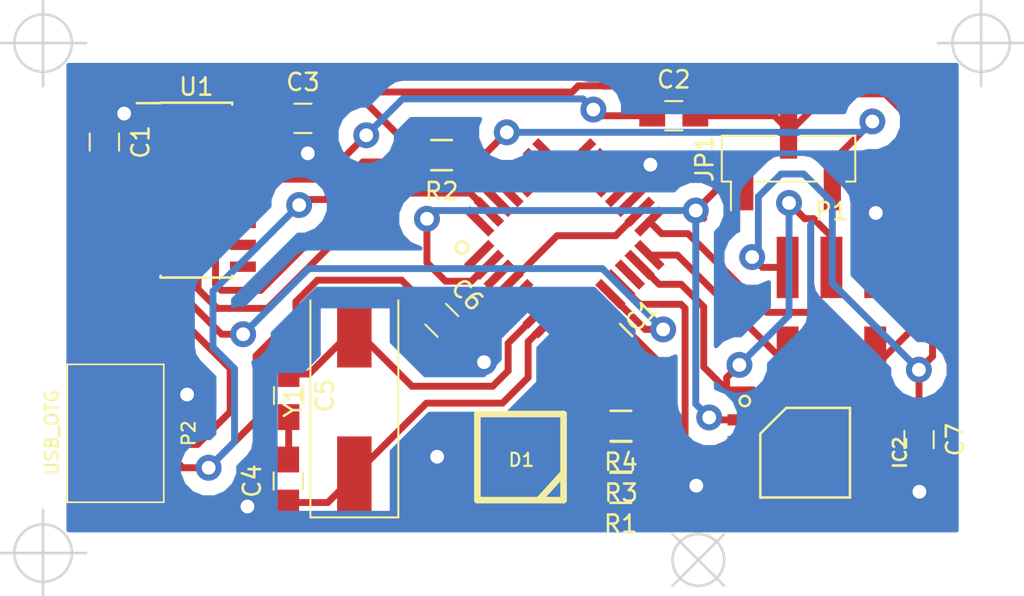
<source format=kicad_pcb>
(kicad_pcb (version 20160815) (host pcbnew "(2016-12-18 revision 3ffa37c)-master")

  (general
    (links 52)
    (no_connects 0)
    (area 133.9 61.1 193.3 95.7)
    (thickness 1.6)
    (drawings 4)
    (tracks 293)
    (zones 0)
    (modules 19)
    (nets 49)
  )

  (page USLetter)
  (layers
    (0 F.Cu signal)
    (31 B.Cu signal)
    (32 B.Adhes user)
    (33 F.Adhes user)
    (34 B.Paste user)
    (35 F.Paste user)
    (36 B.SilkS user)
    (37 F.SilkS user)
    (38 B.Mask user)
    (39 F.Mask user)
    (40 Dwgs.User user)
    (41 Cmts.User user)
    (42 Eco1.User user)
    (43 Eco2.User user)
    (44 Edge.Cuts user)
    (45 Margin user)
    (46 B.CrtYd user)
    (47 F.CrtYd user)
    (48 B.Fab user)
    (49 F.Fab user)
  )

  (setup
    (last_trace_width 0.4)
    (user_trace_width 0.5)
    (trace_clearance 0.3)
    (zone_clearance 0.85)
    (zone_45_only yes)
    (trace_min 0.2)
    (segment_width 0.2)
    (edge_width 0.15)
    (via_size 1.5)
    (via_drill 0.8)
    (via_min_size 0.4)
    (via_min_drill 0.3)
    (uvia_size 0.3)
    (uvia_drill 0.1)
    (uvias_allowed no)
    (uvia_min_size 0.2)
    (uvia_min_drill 0.1)
    (pcb_text_width 0.3)
    (pcb_text_size 1.5 1.5)
    (mod_edge_width 0.15)
    (mod_text_size 1 1)
    (mod_text_width 0.15)
    (pad_size 1.524 1.524)
    (pad_drill 0.762)
    (pad_to_mask_clearance 0.2)
    (aux_axis_origin 0 0)
    (visible_elements FFFFFFFF)
    (pcbplotparams
      (layerselection 0x00040_7ffffffe)
      (usegerberextensions false)
      (excludeedgelayer false)
      (linewidth 0.100000)
      (plotframeref false)
      (viasonmask true)
      (mode 1)
      (useauxorigin false)
      (hpglpennumber 1)
      (hpglpenspeed 20)
      (hpglpendiameter 15)
      (psnegative false)
      (psa4output false)
      (plotreference true)
      (plotvalue true)
      (plotinvisibletext false)
      (padsonsilk false)
      (subtractmaskfromsilk false)
      (outputformat 4)
      (mirror false)
      (drillshape 0)
      (scaleselection 1)
      (outputdirectory ""))
  )

  (net 0 "")
  (net 1 +5V)
  (net 2 GND)
  (net 3 "Net-(IC1-Pad14)")
  (net 4 "Net-(C2-Pad1)")
  (net 5 "Net-(IC1-Pad32)")
  (net 6 "Net-(IC1-Pad28)")
  (net 7 "Net-(IC1-Pad27)")
  (net 8 "Net-(IC1-Pad26)")
  (net 9 "Net-(IC1-Pad25)")
  (net 10 "Net-(IC1-Pad24)")
  (net 11 "Net-(IC1-Pad23)")
  (net 12 "Net-(IC1-Pad22)")
  (net 13 "Net-(IC1-Pad19)")
  (net 14 "Net-(IC1-Pad9)")
  (net 15 "Net-(IC1-Pad1)")
  (net 16 MISO)
  (net 17 SCK)
  (net 18 RST)
  (net 19 MOSI)
  (net 20 "Net-(P2-Pad2)")
  (net 21 "Net-(P2-Pad3)")
  (net 22 "Net-(P2-Pad4)")
  (net 23 RST-PROG)
  (net 24 "Net-(IC1-Pad3)")
  (net 25 "Net-(IC1-Pad6)")
  (net 26 "Net-(C5-Pad1)")
  (net 27 "Net-(C4-Pad1)")
  (net 28 LED-ERR)
  (net 29 LED-PMODE)
  (net 30 CLKOUT)
  (net 31 LED-HB)
  (net 32 "Net-(IC1-Pad20)")
  (net 33 RST-MC)
  (net 34 RXD)
  (net 35 TXD)
  (net 36 "Net-(D1-Pad5)")
  (net 37 "Net-(D1-Pad6)")
  (net 38 "Net-(D1-Pad4)")
  (net 39 "Net-(IC2-Pad2)")
  (net 40 "Net-(IC2-Pad3)")
  (net 41 "Net-(C1-Pad2)")
  (net 42 "Net-(U1-Pad15)")
  (net 43 "Net-(U1-Pad14)")
  (net 44 "Net-(U1-Pad12)")
  (net 45 "Net-(U1-Pad11)")
  (net 46 "Net-(U1-Pad10)")
  (net 47 "Net-(U1-Pad9)")
  (net 48 "Net-(U1-Pad8)")

  (net_class Default "This is the default net class."
    (clearance 0.3)
    (trace_width 0.4)
    (via_dia 1.5)
    (via_drill 0.8)
    (uvia_dia 0.3)
    (uvia_drill 0.1)
    (diff_pair_gap 0.25)
    (diff_pair_width 0.2)
    (add_net +5V)
    (add_net CLKOUT)
    (add_net GND)
    (add_net LED-ERR)
    (add_net LED-HB)
    (add_net LED-PMODE)
    (add_net MISO)
    (add_net MOSI)
    (add_net "Net-(C1-Pad2)")
    (add_net "Net-(C2-Pad1)")
    (add_net "Net-(C4-Pad1)")
    (add_net "Net-(C5-Pad1)")
    (add_net "Net-(D1-Pad4)")
    (add_net "Net-(D1-Pad5)")
    (add_net "Net-(D1-Pad6)")
    (add_net "Net-(IC1-Pad1)")
    (add_net "Net-(IC1-Pad14)")
    (add_net "Net-(IC1-Pad19)")
    (add_net "Net-(IC1-Pad20)")
    (add_net "Net-(IC1-Pad22)")
    (add_net "Net-(IC1-Pad23)")
    (add_net "Net-(IC1-Pad24)")
    (add_net "Net-(IC1-Pad25)")
    (add_net "Net-(IC1-Pad26)")
    (add_net "Net-(IC1-Pad27)")
    (add_net "Net-(IC1-Pad28)")
    (add_net "Net-(IC1-Pad3)")
    (add_net "Net-(IC1-Pad32)")
    (add_net "Net-(IC1-Pad6)")
    (add_net "Net-(IC1-Pad9)")
    (add_net "Net-(IC2-Pad2)")
    (add_net "Net-(IC2-Pad3)")
    (add_net "Net-(P2-Pad2)")
    (add_net "Net-(P2-Pad3)")
    (add_net "Net-(P2-Pad4)")
    (add_net "Net-(U1-Pad10)")
    (add_net "Net-(U1-Pad11)")
    (add_net "Net-(U1-Pad12)")
    (add_net "Net-(U1-Pad14)")
    (add_net "Net-(U1-Pad15)")
    (add_net "Net-(U1-Pad8)")
    (add_net "Net-(U1-Pad9)")
    (add_net RST)
    (add_net RST-MC)
    (add_net RST-PROG)
    (add_net RXD)
    (add_net SCK)
    (add_net TXD)
  )

  (module urchin:SLV6A-FKB (layer F.Cu) (tedit 58AABC61) (tstamp 58AAC8E5)
    (at 137.084 110.23)
    (path /58AACE6F)
    (fp_text reference D1 (at 0.05334 0.16256) (layer F.SilkS)
      (effects (font (size 0.762 0.762) (thickness 0.127)))
    )
    (fp_text value LED_RGB (at 0 3.429) (layer F.SilkS) hide
      (effects (font (size 0.762 0.762) (thickness 0.127)))
    )
    (fp_line (start 1.143 2.413) (end 2.413 1.016) (layer F.SilkS) (width 0.381))
    (fp_line (start -2.49936 2.49936) (end -2.49936 -2.49936) (layer F.SilkS) (width 0.381))
    (fp_line (start -2.49936 -2.49936) (end 2.49936 -2.49936) (layer F.SilkS) (width 0.381))
    (fp_line (start 2.49936 -2.49936) (end 2.49936 2.49936) (layer F.SilkS) (width 0.381))
    (fp_line (start 2.49936 2.49936) (end -2.49936 2.49936) (layer F.SilkS) (width 0.381))
    (pad 3 smd rect (at -2.49936 -1.6002 90) (size 0.89916 1.50114) (layers F.Cu F.Paste F.Mask)
      (net 2 GND))
    (pad 2 smd rect (at -2.49936 0 90) (size 0.89916 1.50114) (layers F.Cu F.Paste F.Mask)
      (net 2 GND))
    (pad 1 smd rect (at -2.49936 1.6002 90) (size 0.89916 1.50114) (layers F.Cu F.Paste F.Mask)
      (net 2 GND))
    (pad 6 smd rect (at 2.49936 1.6002 90) (size 0.89916 1.50114) (layers F.Cu F.Paste F.Mask)
      (net 37 "Net-(D1-Pad6)"))
    (pad 5 smd rect (at 2.49936 0 90) (size 0.89916 1.50114) (layers F.Cu F.Paste F.Mask)
      (net 36 "Net-(D1-Pad5)"))
    (pad 4 smd rect (at 2.49936 -1.6002 90) (size 0.89916 1.50114) (layers F.Cu F.Paste F.Mask)
      (net 38 "Net-(D1-Pad4)"))
  )

  (module Crystals:Crystal_SMD_HC49-SD (layer F.Cu) (tedit 5873B462) (tstamp 58AAC24D)
    (at 127.45 107.03 90)
    (descr "SMD Crystal HC-49-SD http://cdn-reichelt.de/documents/datenblatt/B400/xxx-HC49-SMD.pdf, 11.4x4.7mm^2 package")
    (tags "SMD SMT crystal")
    (path /58AAD89B)
    (attr smd)
    (fp_text reference Y1 (at 0 -3.55 90) (layer F.SilkS)
      (effects (font (size 1 1) (thickness 0.15)))
    )
    (fp_text value 12M (at 0 3.55 90) (layer F.Fab)
      (effects (font (size 1 1) (thickness 0.15)))
    )
    (fp_line (start 6.8 -2.6) (end -6.8 -2.6) (layer F.CrtYd) (width 0.05))
    (fp_line (start 6.8 2.6) (end 6.8 -2.6) (layer F.CrtYd) (width 0.05))
    (fp_line (start -6.8 2.6) (end 6.8 2.6) (layer F.CrtYd) (width 0.05))
    (fp_line (start -6.8 -2.6) (end -6.8 2.6) (layer F.CrtYd) (width 0.05))
    (fp_line (start -6.7 2.55) (end 5.9 2.55) (layer F.SilkS) (width 0.12))
    (fp_line (start -6.7 -2.55) (end -6.7 2.55) (layer F.SilkS) (width 0.12))
    (fp_line (start 5.9 -2.55) (end -6.7 -2.55) (layer F.SilkS) (width 0.12))
    (fp_line (start -3.015 2.115) (end 3.015 2.115) (layer F.Fab) (width 0.1))
    (fp_line (start -3.015 -2.115) (end 3.015 -2.115) (layer F.Fab) (width 0.1))
    (fp_line (start 5.7 -2.35) (end -5.7 -2.35) (layer F.Fab) (width 0.1))
    (fp_line (start 5.7 2.35) (end 5.7 -2.35) (layer F.Fab) (width 0.1))
    (fp_line (start -5.7 2.35) (end 5.7 2.35) (layer F.Fab) (width 0.1))
    (fp_line (start -5.7 -2.35) (end -5.7 2.35) (layer F.Fab) (width 0.1))
    (fp_arc (start 3.015 0) (end 3.015 -2.115) (angle 180) (layer F.Fab) (width 0.1))
    (fp_arc (start -3.015 0) (end -3.015 -2.115) (angle -180) (layer F.Fab) (width 0.1))
    (pad 2 smd rect (at 4.25 0 90) (size 4.5 2) (layers F.Cu F.Mask)
      (net 26 "Net-(C5-Pad1)"))
    (pad 1 smd rect (at -4.25 0 90) (size 4.5 2) (layers F.Cu F.Mask)
      (net 27 "Net-(C4-Pad1)"))
    (model Crystals.3dshapes/Crystal_SMD_HC49-SD.wrl
      (at (xyz 0 0 0))
      (scale (xyz 1 1 1))
      (rotate (xyz 0 0 0))
    )
  )

  (module Housings_SOIC:SOIC-16_3.9x9.9mm_Pitch1.27mm (layer F.Cu) (tedit 574D979F) (tstamp 58AAC221)
    (at 118.288 94.736)
    (descr "16-Lead Plastic Small Outline (SL) - Narrow, 3.90 mm Body [SOIC] (see Microchip Packaging Specification 00000049BS.pdf)")
    (tags "SOIC 1.27")
    (path /58AAAC40)
    (attr smd)
    (fp_text reference U1 (at 0 -6) (layer F.SilkS)
      (effects (font (size 1 1) (thickness 0.15)))
    )
    (fp_text value CH340G (at 0 6) (layer F.Fab)
      (effects (font (size 1 1) (thickness 0.15)))
    )
    (fp_line (start -2.075 -5.05) (end -3.45 -5.05) (layer F.SilkS) (width 0.15))
    (fp_line (start -2.075 5.075) (end 2.075 5.075) (layer F.SilkS) (width 0.15))
    (fp_line (start -2.075 -5.075) (end 2.075 -5.075) (layer F.SilkS) (width 0.15))
    (fp_line (start -2.075 5.075) (end -2.075 4.97) (layer F.SilkS) (width 0.15))
    (fp_line (start 2.075 5.075) (end 2.075 4.97) (layer F.SilkS) (width 0.15))
    (fp_line (start 2.075 -5.075) (end 2.075 -4.97) (layer F.SilkS) (width 0.15))
    (fp_line (start -2.075 -5.075) (end -2.075 -5.05) (layer F.SilkS) (width 0.15))
    (fp_line (start -3.7 5.25) (end 3.7 5.25) (layer F.CrtYd) (width 0.05))
    (fp_line (start -3.7 -5.25) (end 3.7 -5.25) (layer F.CrtYd) (width 0.05))
    (fp_line (start 3.7 -5.25) (end 3.7 5.25) (layer F.CrtYd) (width 0.05))
    (fp_line (start -3.7 -5.25) (end -3.7 5.25) (layer F.CrtYd) (width 0.05))
    (fp_line (start -1.95 -3.95) (end -0.95 -4.95) (layer F.Fab) (width 0.15))
    (fp_line (start -1.95 4.95) (end -1.95 -3.95) (layer F.Fab) (width 0.15))
    (fp_line (start 1.95 4.95) (end -1.95 4.95) (layer F.Fab) (width 0.15))
    (fp_line (start 1.95 -4.95) (end 1.95 4.95) (layer F.Fab) (width 0.15))
    (fp_line (start -0.95 -4.95) (end 1.95 -4.95) (layer F.Fab) (width 0.15))
    (pad 16 smd rect (at 2.7 -4.445) (size 1.5 0.6) (layers F.Cu F.Paste F.Mask)
      (net 1 +5V))
    (pad 15 smd rect (at 2.7 -3.175) (size 1.5 0.6) (layers F.Cu F.Paste F.Mask)
      (net 42 "Net-(U1-Pad15)"))
    (pad 14 smd rect (at 2.7 -1.905) (size 1.5 0.6) (layers F.Cu F.Paste F.Mask)
      (net 43 "Net-(U1-Pad14)"))
    (pad 13 smd rect (at 2.7 -0.635) (size 1.5 0.6) (layers F.Cu F.Paste F.Mask)
      (net 4 "Net-(C2-Pad1)"))
    (pad 12 smd rect (at 2.7 0.635) (size 1.5 0.6) (layers F.Cu F.Paste F.Mask)
      (net 44 "Net-(U1-Pad12)"))
    (pad 11 smd rect (at 2.7 1.905) (size 1.5 0.6) (layers F.Cu F.Paste F.Mask)
      (net 45 "Net-(U1-Pad11)"))
    (pad 10 smd rect (at 2.7 3.175) (size 1.5 0.6) (layers F.Cu F.Paste F.Mask)
      (net 46 "Net-(U1-Pad10)"))
    (pad 9 smd rect (at 2.7 4.445) (size 1.5 0.6) (layers F.Cu F.Paste F.Mask)
      (net 47 "Net-(U1-Pad9)"))
    (pad 8 smd rect (at -2.7 4.445) (size 1.5 0.6) (layers F.Cu F.Paste F.Mask)
      (net 48 "Net-(U1-Pad8)"))
    (pad 7 smd rect (at -2.7 3.175) (size 1.5 0.6) (layers F.Cu F.Paste F.Mask)
      (net 30 CLKOUT))
    (pad 6 smd rect (at -2.7 1.905) (size 1.5 0.6) (layers F.Cu F.Paste F.Mask)
      (net 20 "Net-(P2-Pad2)"))
    (pad 5 smd rect (at -2.7 0.635) (size 1.5 0.6) (layers F.Cu F.Paste F.Mask)
      (net 21 "Net-(P2-Pad3)"))
    (pad 4 smd rect (at -2.7 -0.635) (size 1.5 0.6) (layers F.Cu F.Paste F.Mask)
      (net 41 "Net-(C1-Pad2)"))
    (pad 3 smd rect (at -2.7 -1.905) (size 1.5 0.6) (layers F.Cu F.Paste F.Mask)
      (net 35 TXD))
    (pad 2 smd rect (at -2.7 -3.175) (size 1.5 0.6) (layers F.Cu F.Paste F.Mask)
      (net 34 RXD))
    (pad 1 smd rect (at -2.7 -4.445) (size 1.5 0.6) (layers F.Cu F.Paste F.Mask)
      (net 2 GND))
    (model Housings_SOIC.3dshapes/SOIC-16_3.9x9.9mm_Pitch1.27mm.wrl
      (at (xyz 0 0 0))
      (scale (xyz 1 1 1))
      (rotate (xyz 0 0 0))
    )
  )

  (module KiCad/Capacitors_SMD.pretty:C_0805_HandSoldering (layer F.Cu) (tedit 541A9B8D) (tstamp 58AAC203)
    (at 160.198 109.214 270)
    (descr "Capacitor SMD 0805, hand soldering")
    (tags "capacitor 0805")
    (path /58AABAB9)
    (attr smd)
    (fp_text reference C7 (at 0 -2.1 270) (layer F.SilkS)
      (effects (font (size 1 1) (thickness 0.15)))
    )
    (fp_text value 0.1u (at 0 2.1 270) (layer F.Fab)
      (effects (font (size 1 1) (thickness 0.15)))
    )
    (fp_line (start -1 0.625) (end -1 -0.625) (layer F.Fab) (width 0.1))
    (fp_line (start 1 0.625) (end -1 0.625) (layer F.Fab) (width 0.1))
    (fp_line (start 1 -0.625) (end 1 0.625) (layer F.Fab) (width 0.1))
    (fp_line (start -1 -0.625) (end 1 -0.625) (layer F.Fab) (width 0.1))
    (fp_line (start -2.3 -1) (end 2.3 -1) (layer F.CrtYd) (width 0.05))
    (fp_line (start -2.3 1) (end 2.3 1) (layer F.CrtYd) (width 0.05))
    (fp_line (start -2.3 -1) (end -2.3 1) (layer F.CrtYd) (width 0.05))
    (fp_line (start 2.3 -1) (end 2.3 1) (layer F.CrtYd) (width 0.05))
    (fp_line (start 0.5 -0.85) (end -0.5 -0.85) (layer F.SilkS) (width 0.12))
    (fp_line (start -0.5 0.85) (end 0.5 0.85) (layer F.SilkS) (width 0.12))
    (pad 1 smd rect (at -1.25 0 270) (size 1.5 1.25) (layers F.Cu F.Paste F.Mask)
      (net 1 +5V))
    (pad 2 smd rect (at 1.25 0 270) (size 1.5 1.25) (layers F.Cu F.Paste F.Mask)
      (net 2 GND))
    (model Capacitors_SMD.3dshapes/C_0805_HandSoldering.wrl
      (at (xyz 0 0 0))
      (scale (xyz 1 1 1))
      (rotate (xyz 0 0 0))
    )
  )

  (module KiCad/Capacitors_SMD.pretty:C_0805_HandSoldering (layer F.Cu) (tedit 541A9B8D) (tstamp 58AAC1F3)
    (at 132.52 102.29 315)
    (descr "Capacitor SMD 0805, hand soldering")
    (tags "capacitor 0805")
    (path /58AAA98C)
    (attr smd)
    (fp_text reference C6 (at 0 -2.1 315) (layer F.SilkS)
      (effects (font (size 1 1) (thickness 0.15)))
    )
    (fp_text value 0.1u (at 0 2.1 315) (layer F.Fab)
      (effects (font (size 1 1) (thickness 0.15)))
    )
    (fp_line (start -0.5 0.85) (end 0.5 0.85) (layer F.SilkS) (width 0.12))
    (fp_line (start 0.5 -0.85) (end -0.5 -0.85) (layer F.SilkS) (width 0.12))
    (fp_line (start 2.3 -1) (end 2.3 1) (layer F.CrtYd) (width 0.05))
    (fp_line (start -2.3 -1) (end -2.3 1) (layer F.CrtYd) (width 0.05))
    (fp_line (start -2.3 1) (end 2.3 1) (layer F.CrtYd) (width 0.05))
    (fp_line (start -2.3 -1) (end 2.3 -1) (layer F.CrtYd) (width 0.05))
    (fp_line (start -1 -0.625) (end 1 -0.625) (layer F.Fab) (width 0.1))
    (fp_line (start 1 -0.625) (end 1 0.625) (layer F.Fab) (width 0.1))
    (fp_line (start 1 0.625) (end -1 0.625) (layer F.Fab) (width 0.1))
    (fp_line (start -1 0.625) (end -1 -0.625) (layer F.Fab) (width 0.1))
    (pad 2 smd rect (at 1.25 0 315) (size 1.5 1.25) (layers F.Cu F.Paste F.Mask)
      (net 2 GND))
    (pad 1 smd rect (at -1.25 0 315) (size 1.5 1.25) (layers F.Cu F.Paste F.Mask)
      (net 1 +5V))
    (model Capacitors_SMD.3dshapes/C_0805_HandSoldering.wrl
      (at (xyz 0 0 0))
      (scale (xyz 1 1 1))
      (rotate (xyz 0 0 0))
    )
  )

  (module KiCad/Capacitors_SMD.pretty:C_0805_HandSoldering (layer F.Cu) (tedit 541A9B8D) (tstamp 58AAC1E3)
    (at 123.64 106.66 270)
    (descr "Capacitor SMD 0805, hand soldering")
    (tags "capacitor 0805")
    (path /58AAD906)
    (attr smd)
    (fp_text reference C5 (at 0 -2.1 270) (layer F.SilkS)
      (effects (font (size 1 1) (thickness 0.15)))
    )
    (fp_text value 22p (at 0 2.1 270) (layer F.Fab)
      (effects (font (size 1 1) (thickness 0.15)))
    )
    (fp_line (start -1 0.625) (end -1 -0.625) (layer F.Fab) (width 0.1))
    (fp_line (start 1 0.625) (end -1 0.625) (layer F.Fab) (width 0.1))
    (fp_line (start 1 -0.625) (end 1 0.625) (layer F.Fab) (width 0.1))
    (fp_line (start -1 -0.625) (end 1 -0.625) (layer F.Fab) (width 0.1))
    (fp_line (start -2.3 -1) (end 2.3 -1) (layer F.CrtYd) (width 0.05))
    (fp_line (start -2.3 1) (end 2.3 1) (layer F.CrtYd) (width 0.05))
    (fp_line (start -2.3 -1) (end -2.3 1) (layer F.CrtYd) (width 0.05))
    (fp_line (start 2.3 -1) (end 2.3 1) (layer F.CrtYd) (width 0.05))
    (fp_line (start 0.5 -0.85) (end -0.5 -0.85) (layer F.SilkS) (width 0.12))
    (fp_line (start -0.5 0.85) (end 0.5 0.85) (layer F.SilkS) (width 0.12))
    (pad 1 smd rect (at -1.25 0 270) (size 1.5 1.25) (layers F.Cu F.Paste F.Mask)
      (net 26 "Net-(C5-Pad1)"))
    (pad 2 smd rect (at 1.25 0 270) (size 1.5 1.25) (layers F.Cu F.Paste F.Mask)
      (net 2 GND))
    (model Capacitors_SMD.3dshapes/C_0805_HandSoldering.wrl
      (at (xyz 0 0 0))
      (scale (xyz 1 1 1))
      (rotate (xyz 0 0 0))
    )
  )

  (module KiCad/Capacitors_SMD.pretty:C_0805_HandSoldering (layer F.Cu) (tedit 541A9B8D) (tstamp 58AAC1D3)
    (at 123.62 111.62 90)
    (descr "Capacitor SMD 0805, hand soldering")
    (tags "capacitor 0805")
    (path /58AAD9D6)
    (attr smd)
    (fp_text reference C4 (at 0 -2.1 90) (layer F.SilkS)
      (effects (font (size 1 1) (thickness 0.15)))
    )
    (fp_text value 22p (at 0 2.1 90) (layer F.Fab)
      (effects (font (size 1 1) (thickness 0.15)))
    )
    (fp_line (start -0.5 0.85) (end 0.5 0.85) (layer F.SilkS) (width 0.12))
    (fp_line (start 0.5 -0.85) (end -0.5 -0.85) (layer F.SilkS) (width 0.12))
    (fp_line (start 2.3 -1) (end 2.3 1) (layer F.CrtYd) (width 0.05))
    (fp_line (start -2.3 -1) (end -2.3 1) (layer F.CrtYd) (width 0.05))
    (fp_line (start -2.3 1) (end 2.3 1) (layer F.CrtYd) (width 0.05))
    (fp_line (start -2.3 -1) (end 2.3 -1) (layer F.CrtYd) (width 0.05))
    (fp_line (start -1 -0.625) (end 1 -0.625) (layer F.Fab) (width 0.1))
    (fp_line (start 1 -0.625) (end 1 0.625) (layer F.Fab) (width 0.1))
    (fp_line (start 1 0.625) (end -1 0.625) (layer F.Fab) (width 0.1))
    (fp_line (start -1 0.625) (end -1 -0.625) (layer F.Fab) (width 0.1))
    (pad 2 smd rect (at 1.25 0 90) (size 1.5 1.25) (layers F.Cu F.Paste F.Mask)
      (net 2 GND))
    (pad 1 smd rect (at -1.25 0 90) (size 1.5 1.25) (layers F.Cu F.Paste F.Mask)
      (net 27 "Net-(C4-Pad1)"))
    (model Capacitors_SMD.3dshapes/C_0805_HandSoldering.wrl
      (at (xyz 0 0 0))
      (scale (xyz 1 1 1))
      (rotate (xyz 0 0 0))
    )
  )

  (module KiCad/Capacitors_SMD.pretty:C_0805_HandSoldering (layer F.Cu) (tedit 541A9B8D) (tstamp 58AAC1C3)
    (at 124.47 90.57)
    (descr "Capacitor SMD 0805, hand soldering")
    (tags "capacitor 0805")
    (path /58AAB3A6)
    (attr smd)
    (fp_text reference C3 (at 0 -2.1) (layer F.SilkS)
      (effects (font (size 1 1) (thickness 0.15)))
    )
    (fp_text value 0.1u (at 0 2.1) (layer F.Fab)
      (effects (font (size 1 1) (thickness 0.15)))
    )
    (fp_line (start -1 0.625) (end -1 -0.625) (layer F.Fab) (width 0.1))
    (fp_line (start 1 0.625) (end -1 0.625) (layer F.Fab) (width 0.1))
    (fp_line (start 1 -0.625) (end 1 0.625) (layer F.Fab) (width 0.1))
    (fp_line (start -1 -0.625) (end 1 -0.625) (layer F.Fab) (width 0.1))
    (fp_line (start -2.3 -1) (end 2.3 -1) (layer F.CrtYd) (width 0.05))
    (fp_line (start -2.3 1) (end 2.3 1) (layer F.CrtYd) (width 0.05))
    (fp_line (start -2.3 -1) (end -2.3 1) (layer F.CrtYd) (width 0.05))
    (fp_line (start 2.3 -1) (end 2.3 1) (layer F.CrtYd) (width 0.05))
    (fp_line (start 0.5 -0.85) (end -0.5 -0.85) (layer F.SilkS) (width 0.12))
    (fp_line (start -0.5 0.85) (end 0.5 0.85) (layer F.SilkS) (width 0.12))
    (pad 1 smd rect (at -1.25 0) (size 1.5 1.25) (layers F.Cu F.Paste F.Mask)
      (net 1 +5V))
    (pad 2 smd rect (at 1.25 0) (size 1.5 1.25) (layers F.Cu F.Paste F.Mask)
      (net 2 GND))
    (model Capacitors_SMD.3dshapes/C_0805_HandSoldering.wrl
      (at (xyz 0 0 0))
      (scale (xyz 1 1 1))
      (rotate (xyz 0 0 0))
    )
  )

  (module KiCad/Capacitors_SMD.pretty:C_0805_HandSoldering (layer F.Cu) (tedit 541A9B8D) (tstamp 58AAC1B3)
    (at 145.974 90.418)
    (descr "Capacitor SMD 0805, hand soldering")
    (tags "capacitor 0805")
    (path /58AAACFE)
    (attr smd)
    (fp_text reference C2 (at 0 -2.1) (layer F.SilkS)
      (effects (font (size 1 1) (thickness 0.15)))
    )
    (fp_text value 0.1u (at 0 2.1) (layer F.Fab)
      (effects (font (size 1 1) (thickness 0.15)))
    )
    (fp_line (start -0.5 0.85) (end 0.5 0.85) (layer F.SilkS) (width 0.12))
    (fp_line (start 0.5 -0.85) (end -0.5 -0.85) (layer F.SilkS) (width 0.12))
    (fp_line (start 2.3 -1) (end 2.3 1) (layer F.CrtYd) (width 0.05))
    (fp_line (start -2.3 -1) (end -2.3 1) (layer F.CrtYd) (width 0.05))
    (fp_line (start -2.3 1) (end 2.3 1) (layer F.CrtYd) (width 0.05))
    (fp_line (start -2.3 -1) (end 2.3 -1) (layer F.CrtYd) (width 0.05))
    (fp_line (start -1 -0.625) (end 1 -0.625) (layer F.Fab) (width 0.1))
    (fp_line (start 1 -0.625) (end 1 0.625) (layer F.Fab) (width 0.1))
    (fp_line (start 1 0.625) (end -1 0.625) (layer F.Fab) (width 0.1))
    (fp_line (start -1 0.625) (end -1 -0.625) (layer F.Fab) (width 0.1))
    (pad 2 smd rect (at 1.25 0) (size 1.5 1.25) (layers F.Cu F.Paste F.Mask)
      (net 18 RST))
    (pad 1 smd rect (at -1.25 0) (size 1.5 1.25) (layers F.Cu F.Paste F.Mask)
      (net 4 "Net-(C2-Pad1)"))
    (model Capacitors_SMD.3dshapes/C_0805_HandSoldering.wrl
      (at (xyz 0 0 0))
      (scale (xyz 1 1 1))
      (rotate (xyz 0 0 0))
    )
  )

  (module KiCad/Capacitors_SMD.pretty:C_0805_HandSoldering (layer F.Cu) (tedit 541A9B8D) (tstamp 58AAC1A3)
    (at 112.954 91.942 270)
    (descr "Capacitor SMD 0805, hand soldering")
    (tags "capacitor 0805")
    (path /58AAAF0B)
    (attr smd)
    (fp_text reference C1 (at 0 -2.1 270) (layer F.SilkS)
      (effects (font (size 1 1) (thickness 0.15)))
    )
    (fp_text value 0.1u (at 0 2.1 270) (layer F.Fab)
      (effects (font (size 1 1) (thickness 0.15)))
    )
    (fp_line (start -1 0.625) (end -1 -0.625) (layer F.Fab) (width 0.1))
    (fp_line (start 1 0.625) (end -1 0.625) (layer F.Fab) (width 0.1))
    (fp_line (start 1 -0.625) (end 1 0.625) (layer F.Fab) (width 0.1))
    (fp_line (start -1 -0.625) (end 1 -0.625) (layer F.Fab) (width 0.1))
    (fp_line (start -2.3 -1) (end 2.3 -1) (layer F.CrtYd) (width 0.05))
    (fp_line (start -2.3 1) (end 2.3 1) (layer F.CrtYd) (width 0.05))
    (fp_line (start -2.3 -1) (end -2.3 1) (layer F.CrtYd) (width 0.05))
    (fp_line (start 2.3 -1) (end 2.3 1) (layer F.CrtYd) (width 0.05))
    (fp_line (start 0.5 -0.85) (end -0.5 -0.85) (layer F.SilkS) (width 0.12))
    (fp_line (start -0.5 0.85) (end 0.5 0.85) (layer F.SilkS) (width 0.12))
    (pad 1 smd rect (at -1.25 0 270) (size 1.5 1.25) (layers F.Cu F.Paste F.Mask)
      (net 2 GND))
    (pad 2 smd rect (at 1.25 0 270) (size 1.5 1.25) (layers F.Cu F.Paste F.Mask)
      (net 41 "Net-(C1-Pad2)"))
    (model Capacitors_SMD.3dshapes/C_0805_HandSoldering.wrl
      (at (xyz 0 0 0))
      (scale (xyz 1 1 1))
      (rotate (xyz 0 0 0))
    )
  )

  (module Resistors_SMD:R_0805_HandSoldering (layer F.Cu) (tedit 58307B90) (tstamp 58AAC17D)
    (at 142.922 110.21 180)
    (descr "Resistor SMD 0805, hand soldering")
    (tags "resistor 0805")
    (path /58AAD3DB)
    (attr smd)
    (fp_text reference R3 (at 0 -2.1 180) (layer F.SilkS)
      (effects (font (size 1 1) (thickness 0.15)))
    )
    (fp_text value R_Small (at 0 2.1 180) (layer F.Fab)
      (effects (font (size 1 1) (thickness 0.15)))
    )
    (fp_line (start -0.6 -0.875) (end 0.6 -0.875) (layer F.SilkS) (width 0.15))
    (fp_line (start 0.6 0.875) (end -0.6 0.875) (layer F.SilkS) (width 0.15))
    (fp_line (start 2.4 -1) (end 2.4 1) (layer F.CrtYd) (width 0.05))
    (fp_line (start -2.4 -1) (end -2.4 1) (layer F.CrtYd) (width 0.05))
    (fp_line (start -2.4 1) (end 2.4 1) (layer F.CrtYd) (width 0.05))
    (fp_line (start -2.4 -1) (end 2.4 -1) (layer F.CrtYd) (width 0.05))
    (fp_line (start -1 -0.625) (end 1 -0.625) (layer F.Fab) (width 0.1))
    (fp_line (start 1 -0.625) (end 1 0.625) (layer F.Fab) (width 0.1))
    (fp_line (start 1 0.625) (end -1 0.625) (layer F.Fab) (width 0.1))
    (fp_line (start -1 0.625) (end -1 -0.625) (layer F.Fab) (width 0.1))
    (pad 2 smd rect (at 1.35 0 180) (size 1.5 1.3) (layers F.Cu F.Paste F.Mask)
      (net 36 "Net-(D1-Pad5)"))
    (pad 1 smd rect (at -1.35 0 180) (size 1.5 1.3) (layers F.Cu F.Paste F.Mask)
      (net 29 LED-PMODE))
    (model Resistors_SMD.3dshapes/R_0805_HandSoldering.wrl
      (at (xyz 0 0 0))
      (scale (xyz 1 1 1))
      (rotate (xyz 0 0 0))
    )
  )

  (module Resistors_SMD:R_0805_HandSoldering (layer F.Cu) (tedit 58307B90) (tstamp 58AAC16D)
    (at 132.512 92.704 180)
    (descr "Resistor SMD 0805, hand soldering")
    (tags "resistor 0805")
    (path /58AAAE3A)
    (attr smd)
    (fp_text reference R2 (at 0 -2.1 180) (layer F.SilkS)
      (effects (font (size 1 1) (thickness 0.15)))
    )
    (fp_text value R_Small (at 0 2.1 180) (layer F.Fab)
      (effects (font (size 1 1) (thickness 0.15)))
    )
    (fp_line (start -1 0.625) (end -1 -0.625) (layer F.Fab) (width 0.1))
    (fp_line (start 1 0.625) (end -1 0.625) (layer F.Fab) (width 0.1))
    (fp_line (start 1 -0.625) (end 1 0.625) (layer F.Fab) (width 0.1))
    (fp_line (start -1 -0.625) (end 1 -0.625) (layer F.Fab) (width 0.1))
    (fp_line (start -2.4 -1) (end 2.4 -1) (layer F.CrtYd) (width 0.05))
    (fp_line (start -2.4 1) (end 2.4 1) (layer F.CrtYd) (width 0.05))
    (fp_line (start -2.4 -1) (end -2.4 1) (layer F.CrtYd) (width 0.05))
    (fp_line (start 2.4 -1) (end 2.4 1) (layer F.CrtYd) (width 0.05))
    (fp_line (start 0.6 0.875) (end -0.6 0.875) (layer F.SilkS) (width 0.15))
    (fp_line (start -0.6 -0.875) (end 0.6 -0.875) (layer F.SilkS) (width 0.15))
    (pad 1 smd rect (at -1.35 0 180) (size 1.5 1.3) (layers F.Cu F.Paste F.Mask)
      (net 33 RST-MC))
    (pad 2 smd rect (at 1.35 0 180) (size 1.5 1.3) (layers F.Cu F.Paste F.Mask)
      (net 1 +5V))
    (model Resistors_SMD.3dshapes/R_0805_HandSoldering.wrl
      (at (xyz 0 0 0))
      (scale (xyz 1 1 1))
      (rotate (xyz 0 0 0))
    )
  )

  (module Resistors_SMD:R_0805_HandSoldering (layer F.Cu) (tedit 58307B90) (tstamp 58AAC15D)
    (at 142.9 112.01 180)
    (descr "Resistor SMD 0805, hand soldering")
    (tags "resistor 0805")
    (path /58AAD35B)
    (attr smd)
    (fp_text reference R1 (at 0 -2.1 180) (layer F.SilkS)
      (effects (font (size 1 1) (thickness 0.15)))
    )
    (fp_text value R_Small (at 0 2.1 180) (layer F.Fab)
      (effects (font (size 1 1) (thickness 0.15)))
    )
    (fp_line (start -0.6 -0.875) (end 0.6 -0.875) (layer F.SilkS) (width 0.15))
    (fp_line (start 0.6 0.875) (end -0.6 0.875) (layer F.SilkS) (width 0.15))
    (fp_line (start 2.4 -1) (end 2.4 1) (layer F.CrtYd) (width 0.05))
    (fp_line (start -2.4 -1) (end -2.4 1) (layer F.CrtYd) (width 0.05))
    (fp_line (start -2.4 1) (end 2.4 1) (layer F.CrtYd) (width 0.05))
    (fp_line (start -2.4 -1) (end 2.4 -1) (layer F.CrtYd) (width 0.05))
    (fp_line (start -1 -0.625) (end 1 -0.625) (layer F.Fab) (width 0.1))
    (fp_line (start 1 -0.625) (end 1 0.625) (layer F.Fab) (width 0.1))
    (fp_line (start 1 0.625) (end -1 0.625) (layer F.Fab) (width 0.1))
    (fp_line (start -1 0.625) (end -1 -0.625) (layer F.Fab) (width 0.1))
    (pad 2 smd rect (at 1.35 0 180) (size 1.5 1.3) (layers F.Cu F.Paste F.Mask)
      (net 37 "Net-(D1-Pad6)"))
    (pad 1 smd rect (at -1.35 0 180) (size 1.5 1.3) (layers F.Cu F.Paste F.Mask)
      (net 28 LED-ERR))
    (model Resistors_SMD.3dshapes/R_0805_HandSoldering.wrl
      (at (xyz 0 0 0))
      (scale (xyz 1 1 1))
      (rotate (xyz 0 0 0))
    )
  )

  (module sherifeid/RoboLib.pretty:TQFP32_ATMEGA328P (layer F.Cu) (tedit 56AD8EAC) (tstamp 58AAC0DF)
    (at 139.624 97.53 45)
    (path /58AAA754)
    (fp_text reference IC1 (at -0.254 6.35 45) (layer F.SilkS)
      (effects (font (size 1 1) (thickness 0.15)))
    )
    (fp_text value ATMEGA328PB-A (at -0.508 -6.35 45) (layer F.Fab)
      (effects (font (size 1 1) (thickness 0.15)))
    )
    (fp_line (start -5.334 -5.334) (end -5.334 5.334) (layer F.CrtYd) (width 0.15))
    (fp_line (start -5.334 5.334) (end 5.334 5.334) (layer F.CrtYd) (width 0.15))
    (fp_line (start 5.334 5.334) (end 5.334 -5.334) (layer F.CrtYd) (width 0.15))
    (fp_line (start 5.334 -5.334) (end -5.334 -5.334) (layer F.CrtYd) (width 0.15))
    (fp_circle (center -4.572 -3.81) (end -4.826 -4.064) (layer F.SilkS) (width 0.15))
    (pad 1 smd rect (at -4.18 -2.8 45) (size 2 0.5) (layers F.Cu F.Paste F.Mask)
      (net 15 "Net-(IC1-Pad1)"))
    (pad 2 smd rect (at -4.18 -2 45) (size 2 0.5) (layers F.Cu F.Paste F.Mask)
      (net 23 RST-PROG))
    (pad 3 smd rect (at -4.18 -1.2 45) (size 2 0.5) (layers F.Cu F.Paste F.Mask)
      (net 24 "Net-(IC1-Pad3)"))
    (pad 4 smd rect (at -4.18 -0.4 45) (size 2 0.5) (layers F.Cu F.Paste F.Mask)
      (net 1 +5V))
    (pad 5 smd rect (at -4.18 0.4 45) (size 2 0.5) (layers F.Cu F.Paste F.Mask)
      (net 2 GND))
    (pad 6 smd rect (at -4.18 1.2 45) (size 2 0.5) (layers F.Cu F.Paste F.Mask)
      (net 25 "Net-(IC1-Pad6)"))
    (pad 7 smd rect (at -4.18 2 45) (size 2 0.5) (layers F.Cu F.Paste F.Mask)
      (net 26 "Net-(C5-Pad1)"))
    (pad 8 smd rect (at -4.18 2.8 45) (size 2 0.5) (layers F.Cu F.Paste F.Mask)
      (net 27 "Net-(C4-Pad1)"))
    (pad 9 smd rect (at -2.8 4.18 45) (size 0.5 2) (layers F.Cu F.Paste F.Mask)
      (net 14 "Net-(IC1-Pad9)"))
    (pad 10 smd rect (at -2 4.17 45) (size 0.5 2) (layers F.Cu F.Paste F.Mask)
      (net 31 LED-HB))
    (pad 11 smd rect (at -1.2 4.18 45) (size 0.5 2) (layers F.Cu F.Paste F.Mask)
      (net 29 LED-PMODE))
    (pad 12 smd rect (at -0.4 4.18 45) (size 0.5 2) (layers F.Cu F.Paste F.Mask)
      (net 30 CLKOUT))
    (pad 13 smd rect (at 0.4 4.18 45) (size 0.5 2) (layers F.Cu F.Paste F.Mask)
      (net 28 LED-ERR))
    (pad 14 smd rect (at 1.2 4.18 45) (size 0.5 2) (layers F.Cu F.Paste F.Mask)
      (net 3 "Net-(IC1-Pad14)"))
    (pad 15 smd rect (at 2 4.18 45) (size 0.5 2) (layers F.Cu F.Paste F.Mask)
      (net 19 MOSI))
    (pad 16 smd rect (at 2.8 4.18 45) (size 0.5 2) (layers F.Cu F.Paste F.Mask)
      (net 16 MISO))
    (pad 17 smd rect (at 4.18 2.8 45) (size 2 0.5) (layers F.Cu F.Paste F.Mask)
      (net 17 SCK))
    (pad 18 smd rect (at 4.18 2 45) (size 2 0.5) (layers F.Cu F.Paste F.Mask)
      (net 1 +5V))
    (pad 19 smd rect (at 4.18 1.2 45) (size 2 0.5) (layers F.Cu F.Paste F.Mask)
      (net 13 "Net-(IC1-Pad19)"))
    (pad 20 smd rect (at 4.18 0.4 45) (size 2 0.5) (layers F.Cu F.Paste F.Mask)
      (net 32 "Net-(IC1-Pad20)"))
    (pad 21 smd rect (at 4.18 -0.4 45) (size 2 0.5) (layers F.Cu F.Paste F.Mask)
      (net 2 GND))
    (pad 22 smd rect (at 4.18 -1.2 45) (size 2 0.5) (layers F.Cu F.Paste F.Mask)
      (net 12 "Net-(IC1-Pad22)"))
    (pad 23 smd rect (at 4.18 -2 45) (size 2 0.5) (layers F.Cu F.Paste F.Mask)
      (net 11 "Net-(IC1-Pad23)"))
    (pad 24 smd rect (at 4.18 -2.8 45) (size 2 0.5) (layers F.Cu F.Paste F.Mask)
      (net 10 "Net-(IC1-Pad24)"))
    (pad 25 smd rect (at 2.8 -4.18 45) (size 0.5 2) (layers F.Cu F.Paste F.Mask)
      (net 9 "Net-(IC1-Pad25)"))
    (pad 26 smd rect (at 2 -4.18 45) (size 0.5 2) (layers F.Cu F.Paste F.Mask)
      (net 8 "Net-(IC1-Pad26)"))
    (pad 27 smd rect (at 1.2 -4.18 45) (size 0.5 2) (layers F.Cu F.Paste F.Mask)
      (net 7 "Net-(IC1-Pad27)"))
    (pad 28 smd rect (at 0.4 -4.18 45) (size 0.5 2) (layers F.Cu F.Paste F.Mask)
      (net 6 "Net-(IC1-Pad28)"))
    (pad 29 smd rect (at -0.4 -4.18 45) (size 0.5 2) (layers F.Cu F.Paste F.Mask)
      (net 33 RST-MC))
    (pad 30 smd rect (at -1.2 -4.18 45) (size 0.5 2) (layers F.Cu F.Paste F.Mask)
      (net 34 RXD))
    (pad 31 smd rect (at -2 -4.18 45) (size 0.5 2) (layers F.Cu F.Paste F.Mask)
      (net 35 TXD))
    (pad 32 smd rect (at -2.8 -4.18 45) (size 0.5 2) (layers F.Cu F.Paste F.Mask)
      (net 5 "Net-(IC1-Pad32)"))
  )

  (module urchin:SMD_PIN_HEADER_02x03 (layer F.Cu) (tedit 58AAB861) (tstamp 58AAC08D)
    (at 155.118 102.61 180)
    (path /58AAA7D5)
    (fp_text reference P1 (at -0.01 6.64 180) (layer F.SilkS)
      (effects (font (size 1 1) (thickness 0.15)))
    )
    (fp_text value CONN_02X03 (at -0.01 -4.36 180) (layer F.Fab)
      (effects (font (size 1 1) (thickness 0.15)))
    )
    (pad 1 smd rect (at 2.54 -1.82 180) (size 1.27 3.56) (layers F.Cu F.Paste F.Mask)
      (net 16 MISO))
    (pad 3 smd rect (at 0 -1.82 180) (size 1.27 3.56) (layers F.Cu F.Paste F.Mask)
      (net 17 SCK))
    (pad 5 smd rect (at -2.54 -1.82 180) (size 1.27 3.56) (layers F.Cu F.Paste F.Mask)
      (net 18 RST))
    (pad 2 smd rect (at 2.54 3.39 180) (size 1.27 3.56) (layers F.Cu F.Paste F.Mask)
      (net 1 +5V))
    (pad 4 smd rect (at 0 3.39 180) (size 1.27 3.56) (layers F.Cu F.Paste F.Mask)
      (net 19 MOSI))
    (pad 6 smd rect (at -2.54 3.39 180) (size 1.27 3.56) (layers F.Cu F.Paste F.Mask)
      (net 2 GND))
  )

  (module KiCad/Pin_Headers.pretty:Pin_Header_Straight_1x03_Pitch2.54mm_SMD_Pin1Left (layer F.Cu) (tedit 588DAF27) (tstamp 58AABEF6)
    (at 152.63 92.91 90)
    (descr "surface-mounted straight pin header, 1x03, 2.54mm pitch, single row, style 1 (pin 1 left)")
    (tags "Surface mounted pin header SMD 1x03 2.54mm single row style1 pin1 left")
    (path /58AAAA5A)
    (attr smd)
    (fp_text reference JP1 (at 0 -4.87 90) (layer F.SilkS)
      (effects (font (size 1 1) (thickness 0.15)))
    )
    (fp_text value Jumper_NC_Dual (at 0 4.87 90) (layer F.Fab)
      (effects (font (size 1 1) (thickness 0.15)))
    )
    (fp_line (start -1.27 -3.81) (end -1.27 3.81) (layer F.Fab) (width 0.1))
    (fp_line (start -1.27 3.81) (end 1.27 3.81) (layer F.Fab) (width 0.1))
    (fp_line (start 1.27 3.81) (end 1.27 -3.81) (layer F.Fab) (width 0.1))
    (fp_line (start 1.27 -3.81) (end -1.27 -3.81) (layer F.Fab) (width 0.1))
    (fp_line (start -1.27 -2.86) (end -1.27 -2.22) (layer F.Fab) (width 0.1))
    (fp_line (start -1.27 -2.22) (end -2.65 -2.22) (layer F.Fab) (width 0.1))
    (fp_line (start -2.65 -2.22) (end -2.65 -2.86) (layer F.Fab) (width 0.1))
    (fp_line (start -2.65 -2.86) (end -1.27 -2.86) (layer F.Fab) (width 0.1))
    (fp_line (start -1.27 2.22) (end -1.27 2.86) (layer F.Fab) (width 0.1))
    (fp_line (start -1.27 2.86) (end -2.65 2.86) (layer F.Fab) (width 0.1))
    (fp_line (start -2.65 2.86) (end -2.65 2.22) (layer F.Fab) (width 0.1))
    (fp_line (start -2.65 2.22) (end -1.27 2.22) (layer F.Fab) (width 0.1))
    (fp_line (start 1.27 -0.32) (end 1.27 0.32) (layer F.Fab) (width 0.1))
    (fp_line (start 1.27 0.32) (end 2.65 0.32) (layer F.Fab) (width 0.1))
    (fp_line (start 2.65 0.32) (end 2.65 -0.32) (layer F.Fab) (width 0.1))
    (fp_line (start 2.65 -0.32) (end 1.27 -0.32) (layer F.Fab) (width 0.1))
    (fp_line (start -1.33 -3.34) (end -1.33 -3.87) (layer F.SilkS) (width 0.12))
    (fp_line (start -1.33 -3.87) (end 1.33 -3.87) (layer F.SilkS) (width 0.12))
    (fp_line (start 1.33 -3.87) (end 1.33 -3.34) (layer F.SilkS) (width 0.12))
    (fp_line (start -1.33 3.34) (end -1.33 3.87) (layer F.SilkS) (width 0.12))
    (fp_line (start -1.33 3.87) (end 1.33 3.87) (layer F.SilkS) (width 0.12))
    (fp_line (start 1.33 3.87) (end 1.33 3.34) (layer F.SilkS) (width 0.12))
    (fp_line (start 1.33 -3.87) (end 1.33 -0.68) (layer F.SilkS) (width 0.12))
    (fp_line (start -1.33 -3.34) (end -3 -3.34) (layer F.SilkS) (width 0.12))
    (fp_line (start 1.33 0.68) (end 1.33 3.87) (layer F.SilkS) (width 0.12))
    (fp_line (start -1.33 -1.86) (end -1.33 1.86) (layer F.SilkS) (width 0.12))
    (fp_line (start -3.25 -4.1) (end -3.25 4.1) (layer F.CrtYd) (width 0.05))
    (fp_line (start -3.25 4.1) (end 3.25 4.1) (layer F.CrtYd) (width 0.05))
    (fp_line (start 3.25 4.1) (end 3.25 -4.1) (layer F.CrtYd) (width 0.05))
    (fp_line (start 3.25 -4.1) (end -3.25 -4.1) (layer F.CrtYd) (width 0.05))
    (pad 1 smd rect (at -1.5 -2.54 90) (size 3 1) (layers F.Cu F.Mask)
      (net 23 RST-PROG))
    (pad 3 smd rect (at -1.5 2.54 90) (size 3 1) (layers F.Cu F.Mask)
      (net 33 RST-MC))
    (pad 2 smd rect (at 1.5 0 90) (size 3 1) (layers F.Cu F.Mask)
      (net 18 RST))
    (model Pin_Headers.3dshapes/Pin_Header_Straight_1x03_Pitch2.54mm_SMD_Pin1Left.wrl
      (at (xyz 0 0 0))
      (scale (xyz 1 1 1))
      (rotate (xyz 0 0 0))
    )
  )

  (module Resistors_SMD:R_0805_HandSoldering (layer F.Cu) (tedit 58307B90) (tstamp 58AABEE5)
    (at 142.91 108.42 180)
    (descr "Resistor SMD 0805, hand soldering")
    (tags "resistor 0805")
    (path /58AAD416)
    (attr smd)
    (fp_text reference R4 (at 0 -2.1 180) (layer F.SilkS)
      (effects (font (size 1 1) (thickness 0.15)))
    )
    (fp_text value R_Small (at 0 2.1 180) (layer F.Fab)
      (effects (font (size 1 1) (thickness 0.15)))
    )
    (fp_line (start -1 0.625) (end -1 -0.625) (layer F.Fab) (width 0.1))
    (fp_line (start 1 0.625) (end -1 0.625) (layer F.Fab) (width 0.1))
    (fp_line (start 1 -0.625) (end 1 0.625) (layer F.Fab) (width 0.1))
    (fp_line (start -1 -0.625) (end 1 -0.625) (layer F.Fab) (width 0.1))
    (fp_line (start -2.4 -1) (end 2.4 -1) (layer F.CrtYd) (width 0.05))
    (fp_line (start -2.4 1) (end 2.4 1) (layer F.CrtYd) (width 0.05))
    (fp_line (start -2.4 -1) (end -2.4 1) (layer F.CrtYd) (width 0.05))
    (fp_line (start 2.4 -1) (end 2.4 1) (layer F.CrtYd) (width 0.05))
    (fp_line (start 0.6 0.875) (end -0.6 0.875) (layer F.SilkS) (width 0.15))
    (fp_line (start -0.6 -0.875) (end 0.6 -0.875) (layer F.SilkS) (width 0.15))
    (pad 1 smd rect (at -1.35 0 180) (size 1.5 1.3) (layers F.Cu F.Paste F.Mask)
      (net 31 LED-HB))
    (pad 2 smd rect (at 1.35 0 180) (size 1.5 1.3) (layers F.Cu F.Paste F.Mask)
      (net 38 "Net-(D1-Pad4)"))
    (model Resistors_SMD.3dshapes/R_0805_HandSoldering.wrl
      (at (xyz 0 0 0))
      (scale (xyz 1 1 1))
      (rotate (xyz 0 0 0))
    )
  )

  (module cbrues/kicad-lib2/footprints/sm-ics.pretty:SM-SOIC-8-208MIL (layer F.Cu) (tedit 56195938) (tstamp 58AABE9C)
    (at 153.594 109.976)
    (path /58AAB8B6)
    (fp_text reference IC2 (at 5.5 0 90) (layer F.SilkS)
      (effects (font (size 0.762 0.762) (thickness 0.1524)))
    )
    (fp_text value ATTINY85-S (at 0 -0.1) (layer F.Fab) hide
      (effects (font (size 1 1) (thickness 0.15)))
    )
    (fp_text user %R (at 0 0 90) (layer F.Fab)
      (effects (font (size 0.762 0.762) (thickness 0.1524)))
    )
    (fp_line (start 5 3) (end 5 -3) (layer F.Fab) (width 0.1524))
    (fp_line (start 5 -3) (end -5 -3) (layer F.Fab) (width 0.1524))
    (fp_line (start -5 -3) (end -5 3) (layer F.Fab) (width 0.1524))
    (fp_line (start -5 3) (end 5 3) (layer F.Fab) (width 0.1524))
    (fp_line (start 5 3) (end 5 -3) (layer F.CrtYd) (width 0.1524))
    (fp_line (start 5 -3) (end -5 -3) (layer F.CrtYd) (width 0.1524))
    (fp_line (start -5 -3) (end -5 3) (layer F.CrtYd) (width 0.1524))
    (fp_line (start -5 3) (end 5 3) (layer F.CrtYd) (width 0.1524))
    (fp_circle (center -3.5 -3) (end -3.2 -3) (layer F.SilkS) (width 0.15))
    (fp_line (start -2.6 -1.1) (end -1.1 -2.6) (layer F.SilkS) (width 0.15))
    (fp_line (start -2.6 -1.1) (end -2.6 2.6) (layer F.SilkS) (width 0.15))
    (fp_line (start -2.6 2.6) (end 2.6 2.6) (layer F.SilkS) (width 0.15))
    (fp_line (start 2.6 2.6) (end 2.6 -2.6) (layer F.SilkS) (width 0.15))
    (fp_line (start 2.6 -2.6) (end -1.1 -2.6) (layer F.SilkS) (width 0.15))
    (pad 1 smd rect (at -3.65 -1.905) (size 1.7 0.65) (layers F.Cu F.Paste F.Mask)
      (net 23 RST-PROG))
    (pad 2 smd rect (at -3.65 -0.635) (size 1.7 0.65) (layers F.Cu F.Paste F.Mask)
      (net 39 "Net-(IC2-Pad2)"))
    (pad 3 smd rect (at -3.65 0.635) (size 1.7 0.65) (layers F.Cu F.Paste F.Mask)
      (net 40 "Net-(IC2-Pad3)"))
    (pad 4 smd rect (at -3.65 1.905) (size 1.7 0.65) (layers F.Cu F.Paste F.Mask)
      (net 2 GND))
    (pad 5 smd rect (at 3.65 1.905) (size 1.7 0.65) (layers F.Cu F.Paste F.Mask)
      (net 19 MOSI))
    (pad 6 smd rect (at 3.65 0.635) (size 1.7 0.65) (layers F.Cu F.Paste F.Mask)
      (net 16 MISO))
    (pad 7 smd rect (at 3.65 -0.635) (size 1.7 0.65) (layers F.Cu F.Paste F.Mask)
      (net 17 SCK))
    (pad 8 smd rect (at 3.65 -1.905) (size 1.7 0.65) (layers F.Cu F.Paste F.Mask)
      (net 1 +5V))
  )

  (module urchin:MICRO-B_USB-INVERTED (layer F.Cu) (tedit 5897FBCA) (tstamp 58AABDF0)
    (at 112 108.85 270)
    (path /58AAB568)
    (fp_text reference P2 (at 0 -5.842 270) (layer F.SilkS)
      (effects (font (size 0.762 0.762) (thickness 0.127)))
    )
    (fp_text value USB_OTG (at -0.05 2.09 270) (layer F.SilkS)
      (effects (font (size 0.762 0.762) (thickness 0.127)))
    )
    (fp_line (start -4.0005 1.00076) (end -4.0005 -4.39928) (layer F.SilkS) (width 0.09906))
    (fp_line (start 4.0005 1.19888) (end -4.0005 1.19888) (layer F.SilkS) (width 0.09906))
    (fp_line (start 4.0005 -4.39928) (end 4.0005 1.00076) (layer F.SilkS) (width 0.09906))
    (fp_line (start -4.0005 -4.39928) (end 4.0005 -4.39928) (layer F.SilkS) (width 0.09906))
    (fp_line (start 4.0005 1.00076) (end 4.0005 1.19888) (layer F.SilkS) (width 0.09906))
    (fp_line (start -4.0005 1.00076) (end -4.0005 1.19888) (layer F.SilkS) (width 0.09906))
    (pad "" smd rect (at -3.79984 -1.4478 270) (size 2 1.89738) (layers F.Cu F.Paste F.Mask))
    (pad "" smd rect (at 3.81 -3.99796 270) (size 2.5 1.59766) (layers F.Cu F.Paste F.Mask))
    (pad 1 smd rect (at 1.29794 -4.12496 270) (size 0.39878 1.3462) (layers F.Cu F.Paste F.Mask)
      (net 1 +5V) (clearance 0.2032))
    (pad 2 smd rect (at 0.6477 -4.12496 270) (size 0.39878 1.3462) (layers F.Cu F.Paste F.Mask)
      (net 20 "Net-(P2-Pad2)") (clearance 0.2032))
    (pad 3 smd rect (at 0 -4.12496 270) (size 0.39878 1.3462) (layers F.Cu F.Paste F.Mask)
      (net 21 "Net-(P2-Pad3)") (clearance 0.2032))
    (pad 4 smd rect (at -0.6477 -4.12496 270) (size 0.39878 1.3462) (layers F.Cu F.Paste F.Mask)
      (net 22 "Net-(P2-Pad4)") (clearance 0.2032))
    (pad 5 smd rect (at -1.29794 -4.12496 270) (size 0.39878 1.3462) (layers F.Cu F.Paste F.Mask)
      (net 2 GND) (clearance 0.2032))
    (pad "" smd rect (at -3.556 -3.99796 270) (size 2.5 1.59766) (layers F.Cu F.Paste F.Mask))
    (pad "" smd rect (at 4.064 -1.4478 270) (size 2 1.89738) (layers F.Cu F.Paste F.Mask))
    (pad "" smd rect (at 1.19888 -1.4478 270) (size 1.89992 1.89738) (layers F.Cu F.Paste F.Mask))
    (pad "" smd rect (at -1.19888 -1.4478 270) (size 1.89738 1.89738) (layers F.Cu F.Paste F.Mask))
  )

  (target x (at 147.4 116.2) (size 3) (width 0.15) (layer Edge.Cuts))
  (target plus (at 163.8 86.2) (size 5) (width 0.15) (layer Edge.Cuts))
  (target plus (at 109.4 115.8) (size 5) (width 0.15) (layer Edge.Cuts))
  (target plus (at 109.4 86.2) (size 5) (width 0.15) (layer Edge.Cuts))

  (via (at 119 110.85) (size 1.5) (drill 0.8) (layers F.Cu B.Cu) (net 1))
  (segment (start 130.766 93.1) (end 127.95 93.1) (width 0.4) (layer F.Cu) (net 1) (tstamp 58AAD507))
  (segment (start 125.77 95.28) (end 127.95 93.1) (width 0.4) (layer F.Cu) (net 1) (tstamp 58AAD506))
  (segment (start 124.57 95.28) (end 125.77 95.28) (width 0.4) (layer F.Cu) (net 1) (tstamp 58AADA2F))
  (segment (start 124.25 95.6) (end 124.57 95.28) (width 0.4) (layer F.Cu) (net 1) (tstamp 58AADA2E))
  (via (at 124.25 95.6) (size 1.5) (drill 0.8) (layers F.Cu B.Cu) (net 1))
  (segment (start 119.25 100.6) (end 124.25 95.6) (width 0.4) (layer B.Cu) (net 1) (tstamp 58AADA2A))
  (segment (start 119.25 103.85) (end 119.25 100.6) (width 0.4) (layer B.Cu) (net 1) (tstamp 58AADA29))
  (segment (start 120.5 105.1) (end 119.25 103.85) (width 0.4) (layer B.Cu) (net 1) (tstamp 58AADA28))
  (segment (start 120.5 109.35) (end 120.5 105.1) (width 0.4) (layer B.Cu) (net 1) (tstamp 58AADA27))
  (segment (start 120.5 109.35) (end 119 110.85) (width 0.4) (layer B.Cu) (net 1) (tstamp 58AADA26))
  (segment (start 116.12496 110.14794) (end 116.79794 110.14794) (width 0.4) (layer F.Cu) (net 1))
  (segment (start 116.79794 110.14794) (end 117.5 110.85) (width 0.4) (layer F.Cu) (net 1) (tstamp 58AADA00))
  (segment (start 117.5 110.85) (end 119 110.85) (width 0.4) (layer F.Cu) (net 1) (tstamp 58AADA01))
  (segment (start 124.06 102.09) (end 124.06 101.21) (width 0.4) (layer F.Cu) (net 1) (tstamp 58AAD4CE))
  (segment (start 130.19 99.96) (end 131.636117 101.406117) (width 0.4) (layer F.Cu) (net 1) (tstamp 58AAD4D3))
  (segment (start 128.65 99.96) (end 130.19 99.96) (width 0.4) (layer F.Cu) (net 1) (tstamp 58AAD4FB))
  (segment (start 119 110.85) (end 121.75 108.1) (width 0.4) (layer F.Cu) (net 1) (tstamp 58AAD981))
  (segment (start 121.75 108.1) (end 121.75 104.35) (width 0.4) (layer F.Cu) (net 1) (tstamp 58AAD983))
  (segment (start 121.75 104.35) (end 124.06 102.04) (width 0.4) (layer F.Cu) (net 1) (tstamp 58AAD985))
  (segment (start 124.06 102.04) (end 124.06 102.09) (width 0.4) (layer F.Cu) (net 1) (tstamp 58AAD986))
  (segment (start 125.31 99.96) (end 128.65 99.96) (width 0.4) (layer F.Cu) (net 1) (tstamp 58AAD4D0))
  (segment (start 124.06 101.21) (end 125.31 99.96) (width 0.4) (layer F.Cu) (net 1) (tstamp 58AAD4CF))
  (segment (start 152.578 99.22) (end 151.12 99.22) (width 0.4) (layer F.Cu) (net 1))
  (segment (start 160.192 105.162) (end 160.198 105.162) (width 0.4) (layer F.Cu) (net 1) (tstamp 58AAD8B8))
  (segment (start 160.19 105.16) (end 160.192 105.162) (width 0.4) (layer F.Cu) (net 1) (tstamp 58AAD8B7))
  (via (at 160.19 105.16) (size 1.5) (drill 0.8) (layers F.Cu B.Cu) (net 1))
  (segment (start 155.17 100.14) (end 160.19 105.16) (width 0.4) (layer B.Cu) (net 1) (tstamp 58AAD8B3))
  (segment (start 155.17 95.46) (end 155.17 100.14) (width 0.4) (layer B.Cu) (net 1) (tstamp 58AAD8B1))
  (segment (start 153.51 93.8) (end 155.17 95.46) (width 0.4) (layer B.Cu) (net 1) (tstamp 58AAD8B0))
  (segment (start 152.2 93.8) (end 153.51 93.8) (width 0.4) (layer B.Cu) (net 1) (tstamp 58AAD8AF))
  (segment (start 150.88 95.12) (end 152.2 93.8) (width 0.4) (layer B.Cu) (net 1) (tstamp 58AAD8AE))
  (segment (start 150.88 98.26) (end 150.88 95.12) (width 0.4) (layer B.Cu) (net 1) (tstamp 58AAD8AD))
  (segment (start 150.52 98.62) (end 150.88 98.26) (width 0.4) (layer B.Cu) (net 1) (tstamp 58AAD8AC))
  (via (at 150.52 98.62) (size 1.5) (drill 0.8) (layers F.Cu B.Cu) (net 1))
  (segment (start 151.12 99.22) (end 150.52 98.62) (width 0.4) (layer F.Cu) (net 1) (tstamp 58AAD8A9))
  (segment (start 127.498 89.04) (end 140.08 89.04) (width 0.4) (layer F.Cu) (net 1))
  (segment (start 160.198 105.162) (end 160.198 107.964) (width 0.4) (layer F.Cu) (net 1) (tstamp 58AAD850))
  (segment (start 160.98 104.38) (end 160.198 105.162) (width 0.4) (layer F.Cu) (net 1) (tstamp 58AAD84F))
  (segment (start 160.98 90.5) (end 160.98 104.38) (width 0.4) (layer F.Cu) (net 1) (tstamp 58AAD84D))
  (segment (start 158.74 88.26) (end 160.98 90.5) (width 0.4) (layer F.Cu) (net 1) (tstamp 58AAD84B))
  (segment (start 153.69 88.26) (end 158.74 88.26) (width 0.4) (layer F.Cu) (net 1) (tstamp 58AAD84A))
  (segment (start 153.25 88.7) (end 153.69 88.26) (width 0.4) (layer F.Cu) (net 1) (tstamp 58AAD849))
  (segment (start 141.92 88.7) (end 153.25 88.7) (width 0.4) (layer F.Cu) (net 1) (tstamp 58AAD848))
  (segment (start 141.9 88.68) (end 141.92 88.7) (width 0.4) (layer F.Cu) (net 1) (tstamp 58AAD847))
  (segment (start 140.44 88.68) (end 141.9 88.68) (width 0.4) (layer F.Cu) (net 1) (tstamp 58AAD846))
  (segment (start 140.08 89.04) (end 140.44 88.68) (width 0.4) (layer F.Cu) (net 1) (tstamp 58AAD845))
  (segment (start 136.385451 100.202864) (end 136.387136 100.202864) (width 0.4) (layer F.Cu) (net 1))
  (segment (start 136.387136 100.202864) (end 139.21 97.38) (width 0.4) (layer F.Cu) (net 1) (tstamp 58AAD81C))
  (segment (start 142.602427 97.38) (end 143.99392 95.988507) (width 0.4) (layer F.Cu) (net 1) (tstamp 58AAD81F))
  (segment (start 139.21 97.38) (end 142.602427 97.38) (width 0.4) (layer F.Cu) (net 1) (tstamp 58AAD81D))
  (segment (start 157.244 108.071) (end 160.091 108.071) (width 0.4) (layer F.Cu) (net 1))
  (segment (start 160.091 108.071) (end 160.198 107.964) (width 0.4) (layer F.Cu) (net 1) (tstamp 58AAD52C))
  (segment (start 130.766 93.1) (end 131.162 92.704) (width 0.4) (layer F.Cu) (net 1) (tstamp 58AAD508))
  (segment (start 123.22 90.57) (end 123.22 89.55) (width 0.4) (layer F.Cu) (net 1))
  (segment (start 127.498 89.04) (end 131.162 92.704) (width 0.4) (layer F.Cu) (net 1) (tstamp 58AAD4A9))
  (segment (start 123.73 89.04) (end 127.498 89.04) (width 0.4) (layer F.Cu) (net 1) (tstamp 58AAD4A8))
  (segment (start 123.22 89.55) (end 123.73 89.04) (width 0.4) (layer F.Cu) (net 1) (tstamp 58AAD4A7))
  (segment (start 120.988 90.291) (end 122.941 90.291) (width 0.4) (layer F.Cu) (net 1))
  (segment (start 122.941 90.291) (end 123.22 90.57) (width 0.4) (layer F.Cu) (net 1) (tstamp 58AAD48E))
  (segment (start 136.385451 100.202864) (end 136.377136 100.202864) (width 0.4) (layer F.Cu) (net 1))
  (segment (start 136.377136 100.202864) (end 134.76 101.82) (width 0.4) (layer F.Cu) (net 1) (tstamp 58AAD398))
  (segment (start 134.76 101.82) (end 133.94 101.82) (width 0.4) (layer F.Cu) (net 1) (tstamp 58AAD399))
  (segment (start 133.94 101.82) (end 132.99 100.87) (width 0.4) (layer F.Cu) (net 1) (tstamp 58AAD39A))
  (segment (start 132.99 100.87) (end 132.172234 100.87) (width 0.4) (layer F.Cu) (net 1) (tstamp 58AAD39B))
  (segment (start 132.172234 100.87) (end 131.636117 101.406117) (width 0.4) (layer F.Cu) (net 1) (tstamp 58AAD39C))
  (segment (start 125.72 90.57) (end 125.72 91.63) (width 0.4) (layer F.Cu) (net 2))
  (via (at 124.75 92.6) (size 1.5) (drill 0.8) (layers F.Cu B.Cu) (net 2))
  (segment (start 125.72 91.63) (end 124.75 92.6) (width 0.4) (layer F.Cu) (net 2) (tstamp 58AADA3C))
  (segment (start 116.12496 107.55206) (end 116.79794 107.55206) (width 0.4) (layer F.Cu) (net 2))
  (segment (start 116.79794 107.55206) (end 117.75 106.6) (width 0.4) (layer F.Cu) (net 2) (tstamp 58AAD9D7))
  (via (at 117.75 106.6) (size 1.5) (drill 0.8) (layers F.Cu B.Cu) (net 2))
  (segment (start 123.62 110.37) (end 122.23 110.37) (width 0.4) (layer F.Cu) (net 2))
  (via (at 121.25 113.1) (size 1.5) (drill 0.8) (layers F.Cu B.Cu) (net 2))
  (segment (start 121.25 111.35) (end 121.25 113.1) (width 0.4) (layer F.Cu) (net 2) (tstamp 58AAD959))
  (segment (start 122.23 110.37) (end 121.25 111.35) (width 0.4) (layer F.Cu) (net 2) (tstamp 58AAD958))
  (segment (start 142.296864 94.291451) (end 142.318549 94.291451) (width 0.4) (layer F.Cu) (net 2))
  (segment (start 142.318549 94.291451) (end 143.35 93.26) (width 0.4) (layer F.Cu) (net 2) (tstamp 58AAD814))
  (segment (start 143.35 93.26) (end 144.62 93.26) (width 0.4) (layer F.Cu) (net 2) (tstamp 58AAD815))
  (via (at 144.62 93.26) (size 1.5) (drill 0.8) (layers F.Cu B.Cu) (net 2))
  (segment (start 160.198 110.464) (end 160.198 112.218) (width 0.4) (layer F.Cu) (net 2))
  (via (at 160.22 112.24) (size 1.5) (drill 0.8) (layers F.Cu B.Cu) (net 2))
  (segment (start 160.198 112.218) (end 160.22 112.24) (width 0.4) (layer F.Cu) (net 2) (tstamp 58AAD538))
  (segment (start 157.658 99.22) (end 157.658 96.092) (width 0.4) (layer F.Cu) (net 2))
  (via (at 157.69 96.06) (size 1.5) (drill 0.8) (layers F.Cu B.Cu) (net 2))
  (segment (start 157.658 96.092) (end 157.69 96.06) (width 0.4) (layer F.Cu) (net 2) (tstamp 58AAD526))
  (segment (start 149.944 111.881) (end 147.289 111.881) (width 0.4) (layer F.Cu) (net 2))
  (via (at 147.28 111.89) (size 1.5) (drill 0.8) (layers F.Cu B.Cu) (net 2))
  (segment (start 147.289 111.881) (end 147.28 111.89) (width 0.4) (layer F.Cu) (net 2) (tstamp 58AAD51F))
  (segment (start 123.64 107.91) (end 123.64 110.35) (width 0.4) (layer F.Cu) (net 2))
  (segment (start 123.64 110.35) (end 123.62 110.37) (width 0.4) (layer F.Cu) (net 2) (tstamp 58AAD4BE))
  (via (at 114.1 90.291) (size 1.5) (drill 0.8) (layers F.Cu B.Cu) (net 2))
  (segment (start 114.1 90.291) (end 114.1 90.31) (width 0.4) (layer B.Cu) (net 2) (tstamp 58AAD49D))
  (segment (start 115.588 90.291) (end 115.979 90.291) (width 0.4) (layer F.Cu) (net 2))
  (segment (start 112.954 90.692) (end 113.018 90.692) (width 0.4) (layer F.Cu) (net 2))
  (segment (start 113.018 90.692) (end 113.419 90.291) (width 0.4) (layer F.Cu) (net 2) (tstamp 58AAD46B))
  (segment (start 113.419 90.291) (end 114.1 90.291) (width 0.4) (layer F.Cu) (net 2) (tstamp 58AAD46C))
  (segment (start 114.1 90.291) (end 115.588 90.291) (width 0.4) (layer F.Cu) (net 2) (tstamp 58AAD49A))
  (segment (start 134.58464 110.23) (end 132.27 110.23) (width 0.4) (layer F.Cu) (net 2))
  (via (at 132.25 110.21) (size 1.5) (drill 0.8) (layers F.Cu B.Cu) (net 2))
  (segment (start 132.27 110.23) (end 132.25 110.21) (width 0.4) (layer F.Cu) (net 2) (tstamp 58AAD3BE))
  (segment (start 134.58464 111.8302) (end 134.58464 110.23) (width 0.4) (layer F.Cu) (net 2))
  (segment (start 134.58464 110.23) (end 134.58464 108.6298) (width 0.4) (layer F.Cu) (net 2))
  (via (at 134.97 104.72) (size 1.5) (drill 0.8) (layers F.Cu B.Cu) (net 2))
  (segment (start 134.97 104.72) (end 133.423883 103.173883) (width 0.4) (layer F.Cu) (net 2) (tstamp 58AAD39F))
  (segment (start 133.403883 103.173883) (end 133.423883 103.173883) (width 0.4) (layer F.Cu) (net 2))
  (segment (start 136.951136 100.768549) (end 136.951136 100.768864) (width 0.4) (layer F.Cu) (net 2))
  (segment (start 136.951136 100.768864) (end 134.546117 103.173883) (width 0.4) (layer F.Cu) (net 2) (tstamp 58AAD394))
  (segment (start 134.546117 103.173883) (end 133.403883 103.173883) (width 0.4) (layer F.Cu) (net 2) (tstamp 58AAD395))
  (segment (start 130.25 89.44) (end 140.7 89.44) (width 0.4) (layer B.Cu) (net 4))
  (segment (start 125.589 94.101) (end 128.14 91.55) (width 0.4) (layer F.Cu) (net 4) (tstamp 58AAD4EE))
  (via (at 128.14 91.55) (size 1.5) (drill 0.8) (layers F.Cu B.Cu) (net 4))
  (segment (start 128.14 91.55) (end 130.25 89.44) (width 0.4) (layer B.Cu) (net 4) (tstamp 58AAD4F2))
  (segment (start 144.724 90.418) (end 142.628 90.418) (width 0.4) (layer F.Cu) (net 4) (tstamp 58AAD4F8))
  (segment (start 125.589 94.101) (end 120.988 94.101) (width 0.4) (layer F.Cu) (net 4))
  (segment (start 141.668 90.418) (end 142.628 90.418) (width 0.4) (layer F.Cu) (net 4) (tstamp 58AAD842))
  (segment (start 141.31 90.06) (end 141.668 90.418) (width 0.4) (layer F.Cu) (net 4) (tstamp 58AAD841))
  (via (at 141.31 90.06) (size 1.5) (drill 0.8) (layers F.Cu B.Cu) (net 4))
  (segment (start 141.46 90.21) (end 141.31 90.06) (width 0.4) (layer B.Cu) (net 4) (tstamp 58AAD83E))
  (segment (start 141.47 90.21) (end 141.46 90.21) (width 0.4) (layer B.Cu) (net 4) (tstamp 58AAD83C))
  (segment (start 140.7 89.44) (end 141.47 90.21) (width 0.4) (layer B.Cu) (net 4) (tstamp 58AAD83B))
  (segment (start 144.559605 98.505807) (end 146.185807 98.505807) (width 0.4) (layer F.Cu) (net 16))
  (segment (start 146.185807 98.505807) (end 152.11 104.43) (width 0.4) (layer F.Cu) (net 16) (tstamp 58AAD89D))
  (segment (start 152.11 104.43) (end 152.578 104.43) (width 0.4) (layer F.Cu) (net 16) (tstamp 58AAD89E))
  (segment (start 157.244 110.611) (end 156.001 110.611) (width 0.4) (layer F.Cu) (net 16))
  (segment (start 152.578 107.188) (end 152.578 104.43) (width 0.4) (layer F.Cu) (net 16) (tstamp 58AAD534))
  (segment (start 156.001 110.611) (end 152.578 107.188) (width 0.4) (layer F.Cu) (net 16) (tstamp 58AAD533))
  (segment (start 155.118 104.43) (end 155.118 102.928) (width 0.4) (layer F.Cu) (net 17))
  (segment (start 155.118 102.928) (end 154.02 101.83) (width 0.4) (layer F.Cu) (net 17) (tstamp 58AAD8A1))
  (segment (start 145.265412 97.26) (end 144.559605 96.554193) (width 0.4) (layer F.Cu) (net 17) (tstamp 58AAD8A6))
  (segment (start 146.8 97.26) (end 145.265412 97.26) (width 0.4) (layer F.Cu) (net 17) (tstamp 58AAD8A5))
  (segment (start 151.37 101.83) (end 146.8 97.26) (width 0.4) (layer F.Cu) (net 17) (tstamp 58AAD8A3))
  (segment (start 154.02 101.83) (end 151.37 101.83) (width 0.4) (layer F.Cu) (net 17) (tstamp 58AAD8A2))
  (segment (start 157.244 109.341) (end 156.341 109.341) (width 0.4) (layer F.Cu) (net 17))
  (segment (start 155.118 108.118) (end 155.118 104.43) (width 0.4) (layer F.Cu) (net 17) (tstamp 58AAD530))
  (segment (start 156.341 109.341) (end 155.118 108.118) (width 0.4) (layer F.Cu) (net 17) (tstamp 58AAD52F))
  (segment (start 157.658 104.43) (end 158.18 104.43) (width 0.4) (layer F.Cu) (net 18))
  (segment (start 158.18 104.43) (end 160.06 102.55) (width 0.4) (layer F.Cu) (net 18) (tstamp 58AAD822))
  (segment (start 154.89 89.15) (end 152.63 91.41) (width 0.4) (layer F.Cu) (net 18) (tstamp 58AAD829))
  (segment (start 158.24 89.15) (end 154.89 89.15) (width 0.4) (layer F.Cu) (net 18) (tstamp 58AAD827))
  (segment (start 160.06 90.97) (end 158.24 89.15) (width 0.4) (layer F.Cu) (net 18) (tstamp 58AAD825))
  (segment (start 160.06 102.55) (end 160.06 90.97) (width 0.4) (layer F.Cu) (net 18) (tstamp 58AAD823))
  (segment (start 152.63 91.41) (end 152.63 91.24) (width 0.4) (layer F.Cu) (net 18))
  (segment (start 152.63 91.24) (end 151.808 90.418) (width 0.4) (layer F.Cu) (net 18) (tstamp 58AAD7FE))
  (segment (start 151.808 90.418) (end 147.224 90.418) (width 0.4) (layer F.Cu) (net 18) (tstamp 58AAD7FF))
  (segment (start 157.658 104.43) (end 157.91 104.43) (width 0.4) (layer F.Cu) (net 18))
  (segment (start 149.04 106.33) (end 149.04 105.62) (width 0.4) (layer F.Cu) (net 19))
  (segment (start 155.118 97.428) (end 155.118 99.22) (width 0.4) (layer F.Cu) (net 19) (tstamp 58AAD898))
  (segment (start 154.08 96.39) (end 155.118 97.428) (width 0.4) (layer F.Cu) (net 19) (tstamp 58AAD897))
  (segment (start 153.57 96.39) (end 154.08 96.39) (width 0.4) (layer F.Cu) (net 19) (tstamp 58AAD896))
  (segment (start 152.66 95.48) (end 153.57 96.39) (width 0.4) (layer F.Cu) (net 19) (tstamp 58AAD895))
  (via (at 152.66 95.48) (size 1.5) (drill 0.8) (layers F.Cu B.Cu) (net 19))
  (segment (start 152.66 102) (end 152.66 95.48) (width 0.4) (layer B.Cu) (net 19) (tstamp 58AAD891))
  (segment (start 149.78 104.88) (end 152.66 102) (width 0.4) (layer B.Cu) (net 19) (tstamp 58AAD890))
  (via (at 149.78 104.88) (size 1.5) (drill 0.8) (layers F.Cu B.Cu) (net 19))
  (segment (start 149.04 105.62) (end 149.78 104.88) (width 0.4) (layer F.Cu) (net 19) (tstamp 58AAD88D))
  (segment (start 155.118 97.688) (end 155.118 99.22) (width 0.4) (layer F.Cu) (net 19) (tstamp 58AAD879))
  (segment (start 151.7 107.48) (end 151.7 107.46) (width 0.4) (layer F.Cu) (net 19))
  (segment (start 155.351 111.881) (end 151.7 108.23) (width 0.4) (layer F.Cu) (net 19) (tstamp 58AAD53F))
  (segment (start 151.7 108.23) (end 151.7 107.48) (width 0.4) (layer F.Cu) (net 19) (tstamp 58AAD541))
  (segment (start 157.244 111.881) (end 155.351 111.881) (width 0.4) (layer F.Cu) (net 19))
  (segment (start 145.122427 100.2) (end 143.99392 99.071493) (width 0.4) (layer F.Cu) (net 19) (tstamp 58AAD86B))
  (segment (start 146.4 100.2) (end 145.122427 100.2) (width 0.4) (layer F.Cu) (net 19) (tstamp 58AAD86A))
  (segment (start 147.71 101.51) (end 146.4 100.2) (width 0.4) (layer F.Cu) (net 19) (tstamp 58AAD869))
  (segment (start 147.71 105) (end 147.71 101.51) (width 0.4) (layer F.Cu) (net 19) (tstamp 58AAD868))
  (segment (start 149.04 106.33) (end 147.71 105) (width 0.4) (layer F.Cu) (net 19) (tstamp 58AAD867))
  (segment (start 150.57 106.33) (end 149.04 106.33) (width 0.4) (layer F.Cu) (net 19) (tstamp 58AAD866))
  (segment (start 151.7 107.46) (end 150.57 106.33) (width 0.4) (layer F.Cu) (net 19) (tstamp 58AAD865))
  (segment (start 116.12496 109.4977) (end 118.3523 109.4977) (width 0.4) (layer F.Cu) (net 20))
  (segment (start 114.5 101.85) (end 113.25 100.6) (width 0.4) (layer F.Cu) (net 20) (tstamp 58AAD9FA))
  (segment (start 117 101.85) (end 114.5 101.85) (width 0.4) (layer F.Cu) (net 20) (tstamp 58AAD9F8))
  (segment (start 120.25 105.1) (end 117 101.85) (width 0.4) (layer F.Cu) (net 20) (tstamp 58AAD9F6))
  (segment (start 120.25 107.6) (end 120.25 105.1) (width 0.4) (layer F.Cu) (net 20) (tstamp 58AAD9F4))
  (segment (start 118.3523 109.4977) (end 120.25 107.6) (width 0.4) (layer F.Cu) (net 20) (tstamp 58AAD9F2))
  (segment (start 113.959 96.641) (end 115.588 96.641) (width 0.4) (layer F.Cu) (net 20) (tstamp 58AAD9A4))
  (segment (start 113.25 97.35) (end 113.959 96.641) (width 0.4) (layer F.Cu) (net 20) (tstamp 58AAD9A3))
  (segment (start 113.25 100.6) (end 113.25 97.35) (width 0.4) (layer F.Cu) (net 20) (tstamp 58AAD9FD))
  (segment (start 116.12496 108.85) (end 117 108.85) (width 0.4) (layer F.Cu) (net 21))
  (segment (start 112.75 102.85) (end 112 102.1) (width 0.4) (layer F.Cu) (net 21) (tstamp 58AAD9EC))
  (segment (start 116.75 102.85) (end 112.75 102.85) (width 0.4) (layer F.Cu) (net 21) (tstamp 58AAD9EB))
  (segment (start 117.75 103.85) (end 116.75 102.85) (width 0.4) (layer F.Cu) (net 21) (tstamp 58AAD9EA))
  (segment (start 117.75 104.6) (end 117.75 103.85) (width 0.4) (layer F.Cu) (net 21) (tstamp 58AAD9E9))
  (segment (start 119.25 106.1) (end 117.75 104.6) (width 0.4) (layer F.Cu) (net 21) (tstamp 58AAD9E8))
  (segment (start 119.25 107.1) (end 119.25 106.1) (width 0.4) (layer F.Cu) (net 21) (tstamp 58AAD9E7))
  (segment (start 118.25 108.1) (end 119.25 107.1) (width 0.4) (layer F.Cu) (net 21) (tstamp 58AAD9E6))
  (segment (start 117.75 108.1) (end 118.25 108.1) (width 0.4) (layer F.Cu) (net 21) (tstamp 58AAD9E5))
  (segment (start 117 108.85) (end 117.75 108.1) (width 0.4) (layer F.Cu) (net 21) (tstamp 58AAD9E4))
  (segment (start 112 102.1) (end 112 96.85) (width 0.4) (layer F.Cu) (net 21) (tstamp 58AAD9EF))
  (segment (start 112 96.85) (end 113.479 95.371) (width 0.4) (layer F.Cu) (net 21) (tstamp 58AAD995))
  (segment (start 113.479 95.371) (end 114.139 95.371) (width 0.4) (layer F.Cu) (net 21) (tstamp 58AAD996))
  (segment (start 114.139 95.371) (end 114.14 95.371) (width 0.4) (layer F.Cu) (net 21) (tstamp 58AAD3F3))
  (segment (start 114.14 95.371) (end 115.588 95.371) (width 0.4) (layer F.Cu) (net 21) (tstamp 58AAD400))
  (segment (start 149.944 108.071) (end 148.171 108.071) (width 0.4) (layer F.Cu) (net 23))
  (segment (start 147.25 107.15) (end 147.25 95.92) (width 0.4) (layer B.Cu) (net 23) (tstamp 58AAD859))
  (segment (start 148.03 107.93) (end 147.25 107.15) (width 0.4) (layer B.Cu) (net 23) (tstamp 58AAD858))
  (via (at 148.03 107.93) (size 1.5) (drill 0.8) (layers F.Cu B.Cu) (net 23))
  (segment (start 148.171 108.071) (end 148.03 107.93) (width 0.4) (layer F.Cu) (net 23) (tstamp 58AAD855))
  (segment (start 149.944 108.071) (end 149.341 108.071) (width 0.4) (layer F.Cu) (net 23))
  (segment (start 147.71 96.38) (end 147.25 95.92) (width 0.4) (layer F.Cu) (net 23) (tstamp 58AAD835))
  (segment (start 135.25408 99.071493) (end 135.188507 99.071493) (width 0.4) (layer F.Cu) (net 23))
  (segment (start 135.188507 99.071493) (end 134.24 100.02) (width 0.4) (layer F.Cu) (net 23) (tstamp 58AAD807))
  (segment (start 132.14 95.92) (end 147.25 95.92) (width 0.4) (layer B.Cu) (net 23) (tstamp 58AAD80E))
  (segment (start 131.66 96.4) (end 132.14 95.92) (width 0.4) (layer B.Cu) (net 23) (tstamp 58AAD80D))
  (via (at 131.66 96.4) (size 1.5) (drill 0.8) (layers F.Cu B.Cu) (net 23))
  (segment (start 131.66 98.94) (end 131.66 96.4) (width 0.4) (layer F.Cu) (net 23) (tstamp 58AAD80A))
  (segment (start 132.74 100.02) (end 131.66 98.94) (width 0.4) (layer F.Cu) (net 23) (tstamp 58AAD809))
  (segment (start 134.24 100.02) (end 132.74 100.02) (width 0.4) (layer F.Cu) (net 23) (tstamp 58AAD808))
  (via (at 147.25 95.92) (size 1.5) (drill 0.8) (layers F.Cu B.Cu) (net 23))
  (segment (start 147.25 95.92) (end 148.76 94.41) (width 0.4) (layer F.Cu) (net 23) (tstamp 58AAD810))
  (segment (start 148.76 94.41) (end 150.09 94.41) (width 0.4) (layer F.Cu) (net 23) (tstamp 58AAD811))
  (segment (start 123.64 105.41) (end 124.82 105.41) (width 0.4) (layer F.Cu) (net 26))
  (segment (start 124.82 105.41) (end 127.45 102.78) (width 0.4) (layer F.Cu) (net 26) (tstamp 58AAD4BB))
  (segment (start 127.45 102.78) (end 127.11 102.78) (width 0.4) (layer F.Cu) (net 26))
  (segment (start 138.082507 101.89992) (end 138.082507 101.907493) (width 0.4) (layer F.Cu) (net 26))
  (segment (start 138.082507 101.907493) (end 136.37 103.62) (width 0.4) (layer F.Cu) (net 26) (tstamp 58AAD3AE))
  (segment (start 136.37 103.62) (end 136.37 105.22) (width 0.4) (layer F.Cu) (net 26) (tstamp 58AAD3AF))
  (segment (start 136.37 105.22) (end 135.47 106.12) (width 0.4) (layer F.Cu) (net 26) (tstamp 58AAD3B0))
  (segment (start 135.47 106.12) (end 130.79 106.12) (width 0.4) (layer F.Cu) (net 26) (tstamp 58AAD3B1))
  (segment (start 130.79 106.12) (end 127.45 102.78) (width 0.4) (layer F.Cu) (net 26) (tstamp 58AAD3B2))
  (segment (start 127.45 111.28) (end 127.45 111.33) (width 0.4) (layer F.Cu) (net 27))
  (segment (start 127.45 111.33) (end 125.91 112.87) (width 0.4) (layer F.Cu) (net 27) (tstamp 58AAD3C4))
  (segment (start 125.91 112.87) (end 123.62 112.87) (width 0.4) (layer F.Cu) (net 27) (tstamp 58AAD3C5))
  (segment (start 138.648193 102.465605) (end 138.594395 102.465605) (width 0.4) (layer F.Cu) (net 27))
  (segment (start 138.594395 102.465605) (end 137.53 103.53) (width 0.4) (layer F.Cu) (net 27) (tstamp 58AAD3B6))
  (segment (start 137.53 103.53) (end 137.53 105.61) (width 0.4) (layer F.Cu) (net 27) (tstamp 58AAD3B7))
  (segment (start 137.53 105.61) (end 136.04 107.1) (width 0.4) (layer F.Cu) (net 27) (tstamp 58AAD3B8))
  (segment (start 136.04 107.1) (end 131.63 107.1) (width 0.4) (layer F.Cu) (net 27) (tstamp 58AAD3B9))
  (segment (start 131.63 107.1) (end 127.45 111.28) (width 0.4) (layer F.Cu) (net 27) (tstamp 58AAD3BA))
  (segment (start 144.25 112.01) (end 144.96 112.01) (width 0.4) (layer F.Cu) (net 28))
  (segment (start 144.96 112.01) (end 146.63 110.34) (width 0.4) (layer F.Cu) (net 28) (tstamp 58AAD517))
  (segment (start 146.63 110.34) (end 146.63 101.6) (width 0.4) (layer F.Cu) (net 28) (tstamp 58AAD518))
  (segment (start 142.862549 100.202864) (end 142.862549 100.222549) (width 0.4) (layer F.Cu) (net 28))
  (segment (start 142.862549 100.222549) (end 144 101.36) (width 0.4) (layer F.Cu) (net 28) (tstamp 58AAD50B))
  (segment (start 144 101.36) (end 146.39 101.36) (width 0.4) (layer F.Cu) (net 28) (tstamp 58AAD50C))
  (segment (start 146.39 101.36) (end 146.63 101.6) (width 0.4) (layer F.Cu) (net 28) (tstamp 58AAD50D))
  (segment (start 144.272 110.21) (end 145.16 110.21) (width 0.4) (layer F.Cu) (net 29))
  (segment (start 145.76 105.363056) (end 141.731178 101.334234) (width 0.4) (layer F.Cu) (net 29) (tstamp 58AAD42D))
  (segment (start 145.76 109.61) (end 145.76 105.363056) (width 0.4) (layer F.Cu) (net 29) (tstamp 58AAD42C))
  (segment (start 145.16 110.21) (end 145.76 109.61) (width 0.4) (layer F.Cu) (net 29) (tstamp 58AAD42B))
  (segment (start 117.46 100.71) (end 117.46 100.81) (width 0.4) (layer F.Cu) (net 30))
  (segment (start 117.46 100.71) (end 117.46 98.2) (width 0.4) (layer F.Cu) (net 30) (tstamp 58AAD463))
  (segment (start 117.46 98.2) (end 117.171 97.911) (width 0.4) (layer F.Cu) (net 30) (tstamp 58AAD464))
  (segment (start 115.588 97.911) (end 117.171 97.911) (width 0.4) (layer F.Cu) (net 30) (tstamp 58AAD465))
  (segment (start 124.75 99.35) (end 124.75 99.29) (width 0.4) (layer B.Cu) (net 30) (tstamp 58AAD931))
  (segment (start 121 103.1) (end 124.75 99.35) (width 0.4) (layer B.Cu) (net 30) (tstamp 58AAD930))
  (via (at 121 103.1) (size 1.5) (drill 0.8) (layers F.Cu B.Cu) (net 30))
  (segment (start 119.75 103.1) (end 121 103.1) (width 0.4) (layer F.Cu) (net 30) (tstamp 58AAD92D))
  (segment (start 117.46 100.81) (end 119.75 103.1) (width 0.4) (layer F.Cu) (net 30) (tstamp 58AAD92C))
  (segment (start 141.83 99.29) (end 124.75 99.29) (width 0.4) (layer B.Cu) (net 30) (tstamp 58AAD45C))
  (segment (start 142.296864 100.768549) (end 142.296864 100.796864) (width 0.4) (layer F.Cu) (net 30))
  (segment (start 142.296864 100.796864) (end 144.32 102.82) (width 0.4) (layer F.Cu) (net 30) (tstamp 58AAD457))
  (segment (start 145.36 102.82) (end 141.83 99.29) (width 0.4) (layer B.Cu) (net 30) (tstamp 58AAD45B))
  (via (at 145.36 102.82) (size 1.5) (drill 0.8) (layers F.Cu B.Cu) (net 30))
  (segment (start 144.32 102.82) (end 145.36 102.82) (width 0.4) (layer F.Cu) (net 30) (tstamp 58AAD458))
  (segment (start 142.296864 100.768549) (end 142.298549 100.768549) (width 0.4) (layer F.Cu) (net 30))
  (segment (start 141.158422 101.892849) (end 141.202849 101.892849) (width 0.4) (layer F.Cu) (net 31))
  (segment (start 141.202849 101.892849) (end 144.26 104.95) (width 0.4) (layer F.Cu) (net 31) (tstamp 58AAD426))
  (segment (start 144.26 104.95) (end 144.26 108.42) (width 0.4) (layer F.Cu) (net 31) (tstamp 58AAD427))
  (segment (start 155.17 94.41) (end 155.17 93.07) (width 0.4) (layer F.Cu) (net 33))
  (segment (start 155.17 93.07) (end 157.49 90.75) (width 0.4) (layer F.Cu) (net 33) (tstamp 58AAD7F3))
  (via (at 157.49 90.75) (size 1.5) (drill 0.8) (layers F.Cu B.Cu) (net 33))
  (segment (start 157.49 90.75) (end 156.86 91.38) (width 0.4) (layer B.Cu) (net 33) (tstamp 58AAD7F6))
  (segment (start 156.86 91.38) (end 136.29 91.38) (width 0.4) (layer B.Cu) (net 33) (tstamp 58AAD7F7))
  (via (at 136.29 91.38) (size 1.5) (drill 0.8) (layers F.Cu B.Cu) (net 33))
  (segment (start 136.29 91.38) (end 134.966 92.704) (width 0.4) (layer F.Cu) (net 33) (tstamp 58AAD7FA))
  (segment (start 134.966 92.704) (end 133.862 92.704) (width 0.4) (layer F.Cu) (net 33) (tstamp 58AAD7FB))
  (segment (start 136.385451 94.857136) (end 136.385451 94.815451) (width 0.4) (layer F.Cu) (net 33))
  (segment (start 136.385451 94.815451) (end 134.274 92.704) (width 0.4) (layer F.Cu) (net 33) (tstamp 58AAD4A3))
  (segment (start 134.274 92.704) (end 133.862 92.704) (width 0.4) (layer F.Cu) (net 33) (tstamp 58AAD4A4))
  (segment (start 115.588 91.561) (end 117.411 91.561) (width 0.4) (layer F.Cu) (net 34))
  (segment (start 134.456944 94.06) (end 135.819766 95.422822) (width 0.4) (layer F.Cu) (net 34) (tstamp 58AAD4E4))
  (segment (start 128.51 94.06) (end 134.456944 94.06) (width 0.4) (layer F.Cu) (net 34) (tstamp 58AAD4E2))
  (segment (start 122.02 100.55) (end 128.51 94.06) (width 0.4) (layer F.Cu) (net 34) (tstamp 58AAD4E0))
  (segment (start 119.74 100.55) (end 122.02 100.55) (width 0.4) (layer F.Cu) (net 34) (tstamp 58AAD4DF))
  (segment (start 119.4 100.21) (end 119.74 100.55) (width 0.4) (layer F.Cu) (net 34) (tstamp 58AAD4DE))
  (segment (start 119.4 93.55) (end 119.4 100.21) (width 0.4) (layer F.Cu) (net 34) (tstamp 58AAD4DC))
  (segment (start 117.411 91.561) (end 119.4 93.55) (width 0.4) (layer F.Cu) (net 34) (tstamp 58AAD4DA))
  (segment (start 118.39 94.19) (end 118.39 100.49) (width 0.4) (layer F.Cu) (net 35))
  (segment (start 115.588 92.831) (end 117.031 92.831) (width 0.4) (layer F.Cu) (net 35))
  (segment (start 117.031 92.831) (end 118.39 94.19) (width 0.4) (layer F.Cu) (net 35) (tstamp 58AAD4D6))
  (segment (start 119.5 101.6) (end 122.42 101.6) (width 0.4) (layer F.Cu) (net 35) (tstamp 58AAD926))
  (segment (start 118.39 100.49) (end 119.5 101.6) (width 0.4) (layer F.Cu) (net 35) (tstamp 58AAD925))
  (segment (start 134.175573 94.91) (end 135.25408 95.988507) (width 0.4) (layer F.Cu) (net 35) (tstamp 58AAD4EB))
  (segment (start 129.11 94.91) (end 134.175573 94.91) (width 0.4) (layer F.Cu) (net 35) (tstamp 58AAD4E9))
  (segment (start 122.42 101.6) (end 129.11 94.91) (width 0.4) (layer F.Cu) (net 35) (tstamp 58AAD929))
  (segment (start 141.572 110.21) (end 139.60336 110.21) (width 0.4) (layer F.Cu) (net 36))
  (segment (start 139.60336 110.21) (end 139.58336 110.23) (width 0.4) (layer F.Cu) (net 36) (tstamp 58AAD420))
  (segment (start 139.58336 111.8302) (end 141.3702 111.8302) (width 0.4) (layer F.Cu) (net 37))
  (segment (start 141.3702 111.8302) (end 141.55 112.01) (width 0.4) (layer F.Cu) (net 37) (tstamp 58AAD423))
  (segment (start 139.58336 108.6298) (end 141.3502 108.6298) (width 0.4) (layer F.Cu) (net 38))
  (segment (start 141.3502 108.6298) (end 141.56 108.42) (width 0.4) (layer F.Cu) (net 38) (tstamp 58AAD41D))
  (segment (start 115.588 94.101) (end 113.863 94.101) (width 0.4) (layer F.Cu) (net 41))
  (segment (start 113.863 94.101) (end 112.954 93.192) (width 0.4) (layer F.Cu) (net 41) (tstamp 58AAD468))

  (zone (net 2) (net_name GND) (layer B.Cu) (tstamp 58AAD8BF) (hatch edge 0.508)
    (connect_pads (clearance 0.85))
    (min_thickness 0.254)
    (fill yes (arc_segments 16) (thermal_gap 0.508) (thermal_bridge_width 0.508))
    (polygon
      (pts
        (xy 110.75 114.6) (xy 162.5 114.6) (xy 162.5 87.35) (xy 110.75 87.35) (xy 110.75 87.85)
      )
    )
    (polygon
      (pts        (xy 123 105.35) (xy 124.5 105.35) (xy 125.5 104.35) (xy 125.5 101.6) (xy 129.5 101.6)
        (xy 129.5 103.6) (xy 131.5 105.6) (xy 135 105.6) (xy 136 104.6) (xy 136 103.35)
        (xy 137.5 101.85) (xy 138.75 103.1) (xy 138 103.85) (xy 138 105.85) (xy 136.25 107.6)
        (xy 131.75 107.6) (xy 129.5 109.85) (xy 129.5 113.35) (xy 123 113.35)
      )
    )
    (filled_polygon
      (pts
        (xy 162.373 114.473) (xy 110.877 114.473) (xy 110.877 111.192014) (xy 117.272701 111.192014) (xy 117.535067 111.826989)
        (xy 118.020456 112.313226) (xy 118.654971 112.5767) (xy 119.342014 112.577299) (xy 119.976989 112.314933) (xy 120.463226 111.829544)
        (xy 120.7267 111.195029) (xy 120.727055 110.787474) (xy 121.332262 110.182267) (xy 121.332265 110.182265) (xy 121.538901 109.873011)
        (xy 121.587406 109.800419) (xy 121.677 109.35) (xy 121.677 105.35) (xy 122.873 105.35) (xy 122.873 113.35)
        (xy 122.882667 113.398601) (xy 122.910197 113.439803) (xy 122.951399 113.467333) (xy 123 113.477) (xy 129.5 113.477)
        (xy 129.548601 113.467333) (xy 129.589803 113.439803) (xy 129.617333 113.398601) (xy 129.627 113.35) (xy 129.627 109.902606)
        (xy 131.802606 107.727) (xy 136.25 107.727) (xy 136.298601 107.717333) (xy 136.339803 107.689803) (xy 138.089803 105.939803)
        (xy 138.117333 105.898601) (xy 138.127 105.85) (xy 138.127 103.902606) (xy 138.839803 103.189803) (xy 138.867333 103.148601)
        (xy 138.877 103.1) (xy 138.867333 103.051399) (xy 138.839803 103.010197) (xy 137.589803 101.760197) (xy 137.548601 101.732667)
        (xy 137.5 101.723) (xy 137.451399 101.732667) (xy 137.410197 101.760197) (xy 135.910197 103.260197) (xy 135.882667 103.301399)
        (xy 135.873 103.35) (xy 135.873 104.547394) (xy 134.947394 105.473) (xy 131.552606 105.473) (xy 129.627 103.547394)
        (xy 129.627 101.6) (xy 129.617333 101.551399) (xy 129.589803 101.510197) (xy 129.548601 101.482667) (xy 129.5 101.473)
        (xy 125.5 101.473) (xy 125.451399 101.482667) (xy 125.410197 101.510197) (xy 125.382667 101.551399) (xy 125.373 101.6)
        (xy 125.373 104.297394) (xy 124.447394 105.223) (xy 123 105.223) (xy 122.951399 105.232667) (xy 122.910197 105.260197)
        (xy 122.882667 105.301399) (xy 122.873 105.35) (xy 121.677 105.35) (xy 121.677 105.1) (xy 121.601435 104.720109)
        (xy 121.976989 104.564933) (xy 122.463226 104.079544) (xy 122.7267 103.445029) (xy 122.727055 103.037475) (xy 125.29753 100.467)
        (xy 141.34247 100.467) (xy 143.633054 102.757584) (xy 143.632701 103.162014) (xy 143.895067 103.796989) (xy 144.380456 104.283226)
        (xy 145.014971 104.5467) (xy 145.702014 104.547299) (xy 146.073 104.394011) (xy 146.073 107.15) (xy 146.162594 107.600419)
        (xy 146.303103 107.810706) (xy 146.302701 108.272014) (xy 146.565067 108.906989) (xy 147.050456 109.393226) (xy 147.684971 109.6567)
        (xy 148.372014 109.657299) (xy 149.006989 109.394933) (xy 149.493226 108.909544) (xy 149.7567 108.275029) (xy 149.757299 107.587986)
        (xy 149.494933 106.953011) (xy 149.009544 106.466774) (xy 148.427 106.22488) (xy 148.427 105.969118) (xy 148.800456 106.343226)
        (xy 149.434971 106.6067) (xy 150.122014 106.607299) (xy 150.756989 106.344933) (xy 151.243226 105.859544) (xy 151.5067 105.225029)
        (xy 151.507055 104.817475) (xy 153.492265 102.832265) (xy 153.747406 102.450419) (xy 153.837 102) (xy 153.837 96.745271)
        (xy 153.993 96.589543) (xy 153.993 100.14) (xy 154.082594 100.590419) (xy 154.337735 100.972265) (xy 158.463054 105.097584)
        (xy 158.462701 105.502014) (xy 158.725067 106.136989) (xy 159.210456 106.623226) (xy 159.844971 106.8867) (xy 160.532014 106.887299)
        (xy 161.166989 106.624933) (xy 161.653226 106.139544) (xy 161.9167 105.505029) (xy 161.917299 104.817986) (xy 161.654933 104.183011)
        (xy 161.169544 103.696774) (xy 160.535029 103.4333) (xy 160.127475 103.432945) (xy 156.347 99.65247) (xy 156.347 95.460005)
        (xy 156.347001 95.46) (xy 156.257406 95.009582) (xy 156.139147 94.832594) (xy 156.002265 94.627735) (xy 156.002262 94.627733)
        (xy 154.342265 92.967735) (xy 153.960419 92.712594) (xy 153.51 92.623) (xy 152.200005 92.623) (xy 152.2 92.622999)
        (xy 151.749582 92.712594) (xy 151.367735 92.967735) (xy 150.047735 94.287735) (xy 149.792594 94.669581) (xy 149.724964 95.009582)
        (xy 149.703 95.12) (xy 149.703 97.088961) (xy 149.543011 97.155067) (xy 149.056774 97.640456) (xy 148.7933 98.274971)
        (xy 148.792701 98.962014) (xy 149.055067 99.596989) (xy 149.540456 100.083226) (xy 150.174971 100.3467) (xy 150.862014 100.347299)
        (xy 151.483 100.090713) (xy 151.483 101.51247) (xy 149.842416 103.153054) (xy 149.437986 103.152701) (xy 148.803011 103.415067)
        (xy 148.427 103.790422) (xy 148.427 97.185271) (xy 148.713226 96.899544) (xy 148.9767 96.265029) (xy 148.977299 95.577986)
        (xy 148.714933 94.943011) (xy 148.229544 94.456774) (xy 147.595029 94.1933) (xy 146.907986 94.192701) (xy 146.273011 94.455067)
        (xy 145.984575 94.743) (xy 132.172885 94.743) (xy 132.005029 94.6733) (xy 131.317986 94.672701) (xy 130.683011 94.935067)
        (xy 130.196774 95.420456) (xy 129.9333 96.054971) (xy 129.932701 96.742014) (xy 130.195067 97.376989) (xy 130.680456 97.863226)
        (xy 131.281978 98.113) (xy 124.75 98.113) (xy 124.299582 98.202594) (xy 123.917735 98.457735) (xy 123.796916 98.638554)
        (xy 121.062416 101.373054) (xy 120.657986 101.372701) (xy 120.427 101.468142) (xy 120.427 101.08753) (xy 124.187584 97.326946)
        (xy 124.592014 97.327299) (xy 125.226989 97.064933) (xy 125.713226 96.579544) (xy 125.9767 95.945029) (xy 125.977299 95.257986)
        (xy 125.714933 94.623011) (xy 125.229544 94.136774) (xy 124.595029 93.8733) (xy 123.907986 93.872701) (xy 123.273011 94.135067)
        (xy 122.786774 94.620456) (xy 122.5233 95.254971) (xy 122.522945 95.662525) (xy 118.417735 99.767735) (xy 118.162594 100.149581)
        (xy 118.117277 100.377406) (xy 118.073 100.6) (xy 118.073 103.85) (xy 118.162594 104.300419) (xy 118.417735 104.682265)
        (xy 119.323 105.58753) (xy 119.323 108.862471) (xy 119.062417 109.123054) (xy 118.657986 109.122701) (xy 118.023011 109.385067)
        (xy 117.536774 109.870456) (xy 117.2733 110.504971) (xy 117.272701 111.192014) (xy 110.877 111.192014) (xy 110.877 91.892014)
        (xy 126.412701 91.892014) (xy 126.675067 92.526989) (xy 127.160456 93.013226) (xy 127.794971 93.2767) (xy 128.482014 93.277299)
        (xy 129.116989 93.014933) (xy 129.603226 92.529544) (xy 129.8667 91.895029) (xy 129.867055 91.487474) (xy 130.737529 90.617)
        (xy 134.736857 90.617) (xy 134.5633 91.034971) (xy 134.562701 91.722014) (xy 134.825067 92.356989) (xy 135.310456 92.843226)
        (xy 135.944971 93.1067) (xy 136.632014 93.107299) (xy 137.266989 92.844933) (xy 137.555425 92.557) (xy 156.86 92.557)
        (xy 157.263177 92.476803) (xy 157.832014 92.477299) (xy 158.466989 92.214933) (xy 158.953226 91.729544) (xy 159.2167 91.095029)
        (xy 159.217299 90.407986) (xy 158.954933 89.773011) (xy 158.469544 89.286774) (xy 157.835029 89.0233) (xy 157.147986 89.022701)
        (xy 156.513011 89.285067) (xy 156.026774 89.770456) (xy 155.847166 90.203) (xy 143.036876 90.203) (xy 143.037299 89.717986)
        (xy 142.774933 89.083011) (xy 142.289544 88.596774) (xy 141.655029 88.3333) (xy 141.050773 88.332773) (xy 140.7 88.263)
        (xy 130.250005 88.263) (xy 130.25 88.262999) (xy 129.799582 88.352594) (xy 129.417735 88.607735) (xy 129.417733 88.607738)
        (xy 128.202417 89.823054) (xy 127.797986 89.822701) (xy 127.163011 90.085067) (xy 126.676774 90.570456) (xy 126.4133 91.204971)
        (xy 126.412701 91.892014) (xy 110.877 91.892014) (xy 110.877 87.477) (xy 162.373 87.477)
      )
    )
  )
)

</source>
